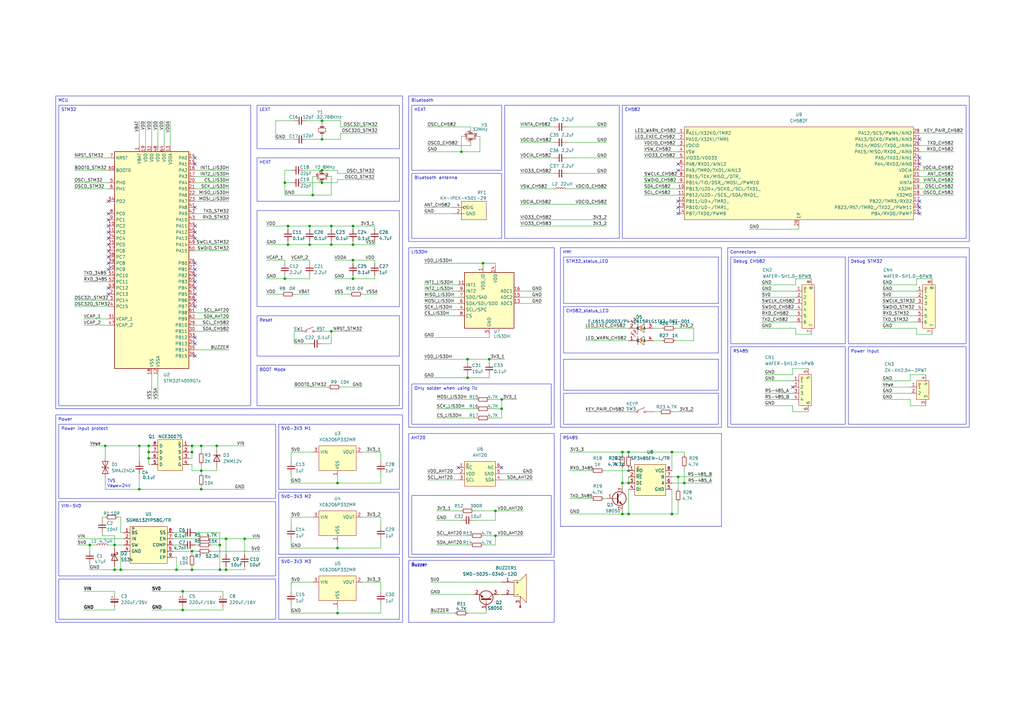
<source format=kicad_sch>
(kicad_sch
	(version 20231120)
	(generator "eeschema")
	(generator_version "8.0")
	(uuid "459b1290-9fd5-41db-8fde-f5488ef8e538")
	(paper "A3")
	(title_block
		(date "2024-03-08")
		(company "Northestern University at Qinhuangdao")
		(comment 1 "Author: Cao Wangrenbo")
		(comment 2 "E-mail: cao.wangrenbo@yandex.com")
	)
	
	(junction
		(at 60.96 182.88)
		(diameter 0)
		(color 0 0 0 0)
		(uuid "01014ebe-ccb5-43df-9077-80055e49eb61")
	)
	(junction
		(at 138.43 251.46)
		(diameter 0)
		(color 0 0 0 0)
		(uuid "0b73fbcf-1fd1-435b-aec1-738af00f0e12")
	)
	(junction
		(at 144.78 114.3)
		(diameter 0)
		(color 0 0 0 0)
		(uuid "0e005dde-ff9f-4907-8ed7-8438bc827dd3")
	)
	(junction
		(at 78.74 226.06)
		(diameter 0)
		(color 0 0 0 0)
		(uuid "1d7826ed-da86-473b-8a2a-e9ff2160e8ae")
	)
	(junction
		(at 78.74 182.88)
		(diameter 0)
		(color 0 0 0 0)
		(uuid "21e92e22-9ced-4cd0-ade0-6616be8f6249")
	)
	(junction
		(at 205.74 167.64)
		(diameter 0)
		(color 0 0 0 0)
		(uuid "34b43148-a1dc-47d8-8882-24710823ca41")
	)
	(junction
		(at 191.77 147.32)
		(diameter 0)
		(color 0 0 0 0)
		(uuid "370de8dd-9ae4-43a7-bdcd-49163055312e")
	)
	(junction
		(at 135.89 100.33)
		(diameter 0)
		(color 0 0 0 0)
		(uuid "39b5162b-9a71-4958-90c8-0ca0585b5c9e")
	)
	(junction
		(at 257.81 193.04)
		(diameter 0)
		(color 0 0 0 0)
		(uuid "3e32a662-c39a-4b4f-b8d5-01762e304e17")
	)
	(junction
		(at 278.13 195.58)
		(diameter 0)
		(color 0 0 0 0)
		(uuid "44639bf8-4361-4975-80a5-d20502d522b5")
	)
	(junction
		(at 127 100.33)
		(diameter 0)
		(color 0 0 0 0)
		(uuid "4b84eb04-616c-44c4-a4eb-cfeb5bd8562a")
	)
	(junction
		(at 78.74 233.68)
		(diameter 0)
		(color 0 0 0 0)
		(uuid "4c4bc9d5-de3a-41ba-8873-46ddd3e3274c")
	)
	(junction
		(at 138.43 198.12)
		(diameter 0)
		(color 0 0 0 0)
		(uuid "4dd4c235-7c3a-4480-ae3e-d8c8ab3c34be")
	)
	(junction
		(at 255.27 185.42)
		(diameter 0)
		(color 0 0 0 0)
		(uuid "51a31c88-b4f7-4fa4-b0f2-e9d2dcf4b8da")
	)
	(junction
		(at 74.93 242.57)
		(diameter 0)
		(color 0 0 0 0)
		(uuid "55649faa-0266-4ece-a8de-bad1b7b9a5f6")
	)
	(junction
		(at 82.55 200.66)
		(diameter 0)
		(color 0 0 0 0)
		(uuid "58c0698c-2689-4a26-8f9a-25f4d958fd29")
	)
	(junction
		(at 36.83 223.52)
		(diameter 0)
		(color 0 0 0 0)
		(uuid "63dcd0bb-b163-4ba5-a667-42deb7233f05")
	)
	(junction
		(at 132.08 74.93)
		(diameter 0)
		(color 0 0 0 0)
		(uuid "6d0c164e-471d-40e3-a38b-f0e0c9076ea9")
	)
	(junction
		(at 144.78 100.33)
		(diameter 0)
		(color 0 0 0 0)
		(uuid "6f490d4a-b601-458e-a029-88691b312b25")
	)
	(junction
		(at 132.08 69.85)
		(diameter 0)
		(color 0 0 0 0)
		(uuid "6f77989d-1bc5-466d-8302-7b44fb75fce2")
	)
	(junction
		(at 72.39 233.68)
		(diameter 0)
		(color 0 0 0 0)
		(uuid "70a38e8d-19d5-4189-8f33-57c1f1ef7d4d")
	)
	(junction
		(at 189.23 62.23)
		(diameter 0)
		(color 0 0 0 0)
		(uuid "7d863298-b08a-4801-8172-12d14e326416")
	)
	(junction
		(at 92.71 220.98)
		(diameter 0)
		(color 0 0 0 0)
		(uuid "7e55a015-bc75-42a2-a745-de46d19a17af")
	)
	(junction
		(at 255.27 198.12)
		(diameter 0)
		(color 0 0 0 0)
		(uuid "837b44bc-8382-4eb8-852d-f567434fee59")
	)
	(junction
		(at 205.74 163.83)
		(diameter 0)
		(color 0 0 0 0)
		(uuid "83c76c2d-bde6-4e8b-b75d-0c4a4e075bdc")
	)
	(junction
		(at 46.99 233.68)
		(diameter 0)
		(color 0 0 0 0)
		(uuid "844630f2-ef1c-404c-9f1d-72a64a8a73e7")
	)
	(junction
		(at 275.59 210.82)
		(diameter 0)
		(color 0 0 0 0)
		(uuid "849c1102-9d18-4af4-bc42-c5e54d77b5ad")
	)
	(junction
		(at 116.84 74.93)
		(diameter 0)
		(color 0 0 0 0)
		(uuid "85d36d56-1879-4d58-84c9-5927970e780f")
	)
	(junction
		(at 82.55 182.88)
		(diameter 0)
		(color 0 0 0 0)
		(uuid "86bb18cb-00f2-49c4-b32d-ae44d58f0dd2")
	)
	(junction
		(at 118.11 100.33)
		(diameter 0)
		(color 0 0 0 0)
		(uuid "8da590f5-7cb2-4aa0-bd48-8dd71573bdb6")
	)
	(junction
		(at 135.89 92.71)
		(diameter 0)
		(color 0 0 0 0)
		(uuid "8f94f68f-ffa7-4a27-82dc-d68675cfcac3")
	)
	(junction
		(at 118.11 92.71)
		(diameter 0)
		(color 0 0 0 0)
		(uuid "96e099f4-609a-4b0c-b269-6df0ca5d755c")
	)
	(junction
		(at 88.9 182.88)
		(diameter 0)
		(color 0 0 0 0)
		(uuid "9af1e921-b1f1-4d17-849d-fda050dc1424")
	)
	(junction
		(at 200.66 147.32)
		(diameter 0)
		(color 0 0 0 0)
		(uuid "9b655536-fdc9-4c42-a4e7-98e808de7c9a")
	)
	(junction
		(at 257.81 198.12)
		(diameter 0)
		(color 0 0 0 0)
		(uuid "9c3e1513-8580-485d-aa72-71b737a412c5")
	)
	(junction
		(at 57.15 182.88)
		(diameter 0)
		(color 0 0 0 0)
		(uuid "a5c83730-54b3-421b-bbb9-a0ee072e7afe")
	)
	(junction
		(at 127 92.71)
		(diameter 0)
		(color 0 0 0 0)
		(uuid "aa849d7c-f915-4864-a1dd-2213651b3985")
	)
	(junction
		(at 49.53 233.68)
		(diameter 0)
		(color 0 0 0 0)
		(uuid "aebb20ee-57c8-45df-b043-168f423337c4")
	)
	(junction
		(at 43.18 182.88)
		(diameter 0)
		(color 0 0 0 0)
		(uuid "af08d4b7-ca62-423f-8f18-ec1dc38788e5")
	)
	(junction
		(at 198.12 107.95)
		(diameter 0)
		(color 0 0 0 0)
		(uuid "af6386b9-dd8b-433b-a948-7b4f3a0a55a1")
	)
	(junction
		(at 132.08 57.15)
		(diameter 0)
		(color 0 0 0 0)
		(uuid "b17ace5b-f573-4a3c-a042-6333209917a2")
	)
	(junction
		(at 116.84 114.3)
		(diameter 0)
		(color 0 0 0 0)
		(uuid "b281e82c-21fb-4fe0-976e-2805a91e70ee")
	)
	(junction
		(at 255.27 210.82)
		(diameter 0)
		(color 0 0 0 0)
		(uuid "b2bcf04d-b1ad-42b9-8b6a-c700967cec47")
	)
	(junction
		(at 203.2 219.71)
		(diameter 0)
		(color 0 0 0 0)
		(uuid "b7f4d7dc-93a5-48f1-83cd-15407db8ad8d")
	)
	(junction
		(at 128.27 80.01)
		(diameter 0)
		(color 0 0 0 0)
		(uuid "b950b7eb-d047-45c7-a91a-6b191694d4fc")
	)
	(junction
		(at 132.08 49.53)
		(diameter 0)
		(color 0 0 0 0)
		(uuid "bb0724de-cac9-4bbf-9616-78ca5ee5d7f7")
	)
	(junction
		(at 144.78 106.68)
		(diameter 0)
		(color 0 0 0 0)
		(uuid "bef0fdbd-be79-4edc-8599-ce93ebfdda3f")
	)
	(junction
		(at 100.33 220.98)
		(diameter 0)
		(color 0 0 0 0)
		(uuid "c4eb1386-1a4a-4e01-833d-198efa32fc00")
	)
	(junction
		(at 90.17 223.52)
		(diameter 0)
		(color 0 0 0 0)
		(uuid "c76db775-b31d-43b1-9f4b-702c57d44c40")
	)
	(junction
		(at 82.55 193.04)
		(diameter 0)
		(color 0 0 0 0)
		(uuid "c82de1ca-0c8b-4bfc-b706-092224e3fa70")
	)
	(junction
		(at 257.81 185.42)
		(diameter 0)
		(color 0 0 0 0)
		(uuid "c9622064-52db-47ee-a1d2-0c3a75036ad0")
	)
	(junction
		(at 280.67 198.12)
		(diameter 0)
		(color 0 0 0 0)
		(uuid "ccdb6e1d-18b6-4502-b7b3-29ef720d5a4a")
	)
	(junction
		(at 92.71 233.68)
		(diameter 0)
		(color 0 0 0 0)
		(uuid "cd6a9dad-60d0-49e8-be04-c22edf7141a7")
	)
	(junction
		(at 60.96 185.42)
		(diameter 0)
		(color 0 0 0 0)
		(uuid "cdcb25a6-d426-46d8-8f94-8d48fea3a073")
	)
	(junction
		(at 78.74 185.42)
		(diameter 0)
		(color 0 0 0 0)
		(uuid "d02c05d1-c83f-495a-a245-675379fdd362")
	)
	(junction
		(at 138.43 224.79)
		(diameter 0)
		(color 0 0 0 0)
		(uuid "d164b278-0390-4e58-b3be-a8dae4c6523c")
	)
	(junction
		(at 135.89 135.89)
		(diameter 0)
		(color 0 0 0 0)
		(uuid "d7e93c38-e2ed-4cdc-989d-c6d93d662abf")
	)
	(junction
		(at 191.77 154.94)
		(diameter 0)
		(color 0 0 0 0)
		(uuid "dc9707d0-2294-406b-b611-4ec613ead944")
	)
	(junction
		(at 257.81 210.82)
		(diameter 0)
		(color 0 0 0 0)
		(uuid "e2dc7fd8-bc6d-4763-bac6-a90e37d8f593")
	)
	(junction
		(at 74.93 250.19)
		(diameter 0)
		(color 0 0 0 0)
		(uuid "e5d01796-2d6b-4fcc-841e-d995a9636c2e")
	)
	(junction
		(at 275.59 185.42)
		(diameter 0)
		(color 0 0 0 0)
		(uuid "e6d8ec83-e239-4695-aaee-7692361b3347")
	)
	(junction
		(at 203.2 209.55)
		(diameter 0)
		(color 0 0 0 0)
		(uuid "e82cfd9f-ad9b-43f4-9a16-dbc97810174b")
	)
	(junction
		(at 46.99 223.52)
		(diameter 0)
		(color 0 0 0 0)
		(uuid "f6bd95fc-6d26-4df0-a62b-e95fe9c6a543")
	)
	(junction
		(at 57.15 200.66)
		(diameter 0)
		(color 0 0 0 0)
		(uuid "f6dbd4d0-afc8-4f3b-9b67-a8b6977a56cd")
	)
	(junction
		(at 60.96 187.96)
		(diameter 0)
		(color 0 0 0 0)
		(uuid "f8433e4b-3445-4383-8698-946b20ee2fd1")
	)
	(junction
		(at 90.17 233.68)
		(diameter 0)
		(color 0 0 0 0)
		(uuid "fc3c51b3-e7d5-400c-96c7-9adaffe799f8")
	)
	(junction
		(at 144.78 92.71)
		(diameter 0)
		(color 0 0 0 0)
		(uuid "fd4dafeb-37c4-4b96-a144-e89276267e72")
	)
	(no_connect
		(at 187.96 191.77)
		(uuid "00d2105e-4d49-41af-9367-d170d1dcad64")
	)
	(no_connect
		(at 80.01 138.43)
		(uuid "012ba512-d8c1-4282-a5db-280d37eb3ef6")
	)
	(no_connect
		(at 377.19 64.77)
		(uuid "0c1c690e-4dfd-4eaa-9fc3-fe63ee368eeb")
	)
	(no_connect
		(at 80.01 113.03)
		(uuid "13c17d5a-4488-457c-bbdb-db73f1069100")
	)
	(no_connect
		(at 44.45 107.95)
		(uuid "1ce3c4f6-e2d6-4ff4-8cdd-f8b9bd4fd965")
	)
	(no_connect
		(at 44.45 82.55)
		(uuid "25a1c4e3-879d-4fba-a67f-26e7712670d7")
	)
	(no_connect
		(at 325.12 158.75)
		(uuid "2b459ac6-4cc5-4878-a36a-815e8d1e7d85")
	)
	(no_connect
		(at 44.45 118.11)
		(uuid "37c0acc8-b52d-480e-85fc-e4ff28ed30cb")
	)
	(no_connect
		(at 80.01 67.31)
		(uuid "3ae9d26f-745c-4fd9-86bc-e3a5ac61761d")
	)
	(no_connect
		(at 44.45 105.41)
		(uuid "480b40c1-69cd-45e5-ad20-2e97acb49ecb")
	)
	(no_connect
		(at 80.01 107.95)
		(uuid "4dbb0749-ea03-453c-85d6-32b611ae477a")
	)
	(no_connect
		(at 44.45 120.65)
		(uuid "509b898d-686e-4971-86ff-7cade11f585d")
	)
	(no_connect
		(at 278.13 87.63)
		(uuid "5409a946-358a-41f7-9001-2a6dc0207287")
	)
	(no_connect
		(at 44.45 95.25)
		(uuid "544a79be-a64e-4d3c-826d-197a83b7017d")
	)
	(no_connect
		(at 44.45 102.87)
		(uuid "550dcbd1-6b49-4bdf-8e9e-341c53dc9aed")
	)
	(no_connect
		(at 44.45 87.63)
		(uuid "58ff6725-0d4d-499e-8b50-de887300da89")
	)
	(no_connect
		(at 80.01 115.57)
		(uuid "5ace6540-b4fc-402b-8ece-880711d2e654")
	)
	(no_connect
		(at 80.01 110.49)
		(uuid "5c90335c-1b72-4ac9-a1f5-e3cd9ef6fda8")
	)
	(no_connect
		(at 377.19 87.63)
		(uuid "5d057160-fadd-44d0-99ca-d1c547b7a1a0")
	)
	(no_connect
		(at 278.13 82.55)
		(uuid "6257c00a-35fe-4b93-aab6-5c9e80dff2ba")
	)
	(no_connect
		(at 80.01 125.73)
		(uuid "665aca1e-19b9-45de-8c86-0f0e4a8c9c4b")
	)
	(no_connect
		(at 80.01 64.77)
		(uuid "6dd972eb-988a-41a4-8a7e-4ca1b2e82046")
	)
	(no_connect
		(at 80.01 120.65)
		(uuid "6e33c38a-ce78-48a8-8d10-d04e3bb384f5")
	)
	(no_connect
		(at 44.45 110.49)
		(uuid "6f5b85e6-c025-4e62-b558-3d1e3cf95645")
	)
	(no_connect
		(at 278.13 85.09)
		(uuid "78610216-a2c1-416a-b61e-efaa85a06841")
	)
	(no_connect
		(at 80.01 95.25)
		(uuid "7ae1623f-1f91-4c65-92df-dd731b3242e9")
	)
	(no_connect
		(at 80.01 85.09)
		(uuid "88cf8c77-a2fd-4098-a292-a59931dbf706")
	)
	(no_connect
		(at 80.01 140.97)
		(uuid "8950bf12-71f6-4754-8874-2cbb2bc1e4dc")
	)
	(no_connect
		(at 377.19 85.09)
		(uuid "8a0c3d9b-1cb3-4428-bb5c-155a15af13c8")
	)
	(no_connect
		(at 80.01 123.19)
		(uuid "946addbd-5c56-4c5a-b420-7b066d6eddde")
	)
	(no_connect
		(at 278.13 67.31)
		(uuid "94b2d84a-0474-4db7-8ccd-88d672fcdc07")
	)
	(no_connect
		(at 80.01 92.71)
		(uuid "96f87544-cfcd-414a-b057-b7c1f091f198")
	)
	(no_connect
		(at 44.45 97.79)
		(uuid "a57675a5-5137-4ac4-983a-9ec9cfd74910")
	)
	(no_connect
		(at 80.01 118.11)
		(uuid "a9540513-9378-4945-9ae3-56d1ee635c67")
	)
	(no_connect
		(at 377.19 67.31)
		(uuid "ae041dfe-ba19-4974-8131-d945367b838b")
	)
	(no_connect
		(at 44.45 90.17)
		(uuid "ba0076ad-e95a-4581-b311-5729e4a9fe55")
	)
	(no_connect
		(at 205.74 191.77)
		(uuid "c0b20eb4-701e-4fdd-b074-f74839404e97")
	)
	(no_connect
		(at 44.45 100.33)
		(uuid "c5572b00-9c3b-4dad-adfc-39672af0e23a")
	)
	(no_connect
		(at 80.01 146.05)
		(uuid "c5da96e3-469b-4241-8baf-6218d7e5ff4b")
	)
	(no_connect
		(at 44.45 92.71)
		(uuid "c905fdf1-fc2c-4920-a773-8ae6d2b43ed9")
	)
	(no_connect
		(at 377.19 57.15)
		(uuid "ce0fa3fb-4b24-4fe3-a173-52cad1b56239")
	)
	(no_connect
		(at 377.19 82.55)
		(uuid "d80d25b0-28d8-4bfd-879c-a5eae4449a32")
	)
	(no_connect
		(at 278.13 69.85)
		(uuid "e0d9f3d6-e84c-4a63-b1b9-4a6870bae47d")
	)
	(no_connect
		(at 80.01 97.79)
		(uuid "ff622240-0fad-4bce-b819-40e783063c93")
	)
	(wire
		(pts
			(xy 34.29 250.19) (xy 46.99 250.19)
		)
		(stroke
			(width 0)
			(type default)
		)
		(uuid "00461672-af84-4d1c-af5d-86023c90c70b")
	)
	(wire
		(pts
			(xy 312.42 124.46) (xy 326.39 124.46)
		)
		(stroke
			(width 0)
			(type default)
		)
		(uuid "00550c02-61ca-4a04-b3b5-8eb4d6bff28c")
	)
	(wire
		(pts
			(xy 134.62 72.39) (xy 135.89 72.39)
		)
		(stroke
			(width 0)
			(type default)
		)
		(uuid "00f1af26-0e72-403b-abc6-93680dfc66bb")
	)
	(wire
		(pts
			(xy 62.23 250.19) (xy 74.93 250.19)
		)
		(stroke
			(width 0)
			(type default)
		)
		(uuid "01b271bf-e7f1-483e-9795-8df055c81502")
	)
	(wire
		(pts
			(xy 173.99 124.46) (xy 187.96 124.46)
		)
		(stroke
			(width 0)
			(type default)
		)
		(uuid "02ab450a-b3d3-46e7-bd97-d1ff3e12d294")
	)
	(wire
		(pts
			(xy 275.59 200.66) (xy 275.59 210.82)
		)
		(stroke
			(width 0)
			(type default)
		)
		(uuid "03a5d233-9c73-425b-9af5-e1bb1fce24ae")
	)
	(wire
		(pts
			(xy 326.39 116.84) (xy 326.39 114.3)
		)
		(stroke
			(width 0)
			(type default)
		)
		(uuid "03b610c9-58b7-4628-82ad-0c4e9e191616")
	)
	(wire
		(pts
			(xy 127 100.33) (xy 135.89 100.33)
		)
		(stroke
			(width 0)
			(type default)
		)
		(uuid "0484fbf2-bcf0-4072-8200-bdda27e31fe4")
	)
	(wire
		(pts
			(xy 191.77 251.46) (xy 199.39 251.46)
		)
		(stroke
			(width 0)
			(type default)
		)
		(uuid "04855300-c823-4fdd-ba7d-e88320567be1")
	)
	(wire
		(pts
			(xy 275.59 168.91) (xy 284.48 168.91)
		)
		(stroke
			(width 0)
			(type default)
		)
		(uuid "055dd24f-b89a-4d02-a90c-a091bc22f2a9")
	)
	(wire
		(pts
			(xy 313.69 156.21) (xy 325.12 156.21)
		)
		(stroke
			(width 0)
			(type default)
		)
		(uuid "064ea3ea-36e7-4177-ac29-54ffdbcb8d11")
	)
	(wire
		(pts
			(xy 179.07 223.52) (xy 193.04 223.52)
		)
		(stroke
			(width 0)
			(type default)
		)
		(uuid "072b445d-e7a9-4121-8688-d1159f0b3e2b")
	)
	(wire
		(pts
			(xy 135.89 135.89) (xy 148.59 135.89)
		)
		(stroke
			(width 0)
			(type default)
		)
		(uuid "0786c366-152a-4944-8f8a-3296c025f864")
	)
	(wire
		(pts
			(xy 135.89 140.97) (xy 132.08 140.97)
		)
		(stroke
			(width 0)
			(type default)
		)
		(uuid "07d23a6d-8673-49bb-8a7e-a9674aa10fef")
	)
	(wire
		(pts
			(xy 100.33 232.41) (xy 100.33 233.68)
		)
		(stroke
			(width 0)
			(type default)
		)
		(uuid "07f7435b-d22d-47ca-bfc8-97ff25eed90d")
	)
	(wire
		(pts
			(xy 213.36 52.07) (xy 227.33 52.07)
		)
		(stroke
			(width 0)
			(type default)
		)
		(uuid "084a9e88-2be6-43cf-b4f9-6b0b2bbf8b8f")
	)
	(wire
		(pts
			(xy 173.99 129.54) (xy 187.96 129.54)
		)
		(stroke
			(width 0)
			(type default)
		)
		(uuid "08a83efd-4b57-4995-8ac8-8461b539a7bb")
	)
	(wire
		(pts
			(xy 62.23 190.5) (xy 60.96 190.5)
		)
		(stroke
			(width 0)
			(type default)
		)
		(uuid "09fc3219-2eeb-401f-80f1-e8d2cc2498b0")
	)
	(wire
		(pts
			(xy 46.99 223.52) (xy 50.8 223.52)
		)
		(stroke
			(width 0)
			(type default)
		)
		(uuid "0a9886d5-44d1-4f47-83ed-f1a76100c1f2")
	)
	(wire
		(pts
			(xy 119.38 238.76) (xy 119.38 242.57)
		)
		(stroke
			(width 0)
			(type default)
		)
		(uuid "0b22af78-9ce0-471c-88f8-4db87015ed31")
	)
	(wire
		(pts
			(xy 331.47 151.13) (xy 325.12 151.13)
		)
		(stroke
			(width 0)
			(type default)
		)
		(uuid "0b3035ac-1d89-41b9-b624-f32bc4906bcf")
	)
	(wire
		(pts
			(xy 278.13 210.82) (xy 278.13 205.74)
		)
		(stroke
			(width 0)
			(type default)
		)
		(uuid "0b75683f-0afb-4f23-a797-ad1e48298079")
	)
	(wire
		(pts
			(xy 71.12 218.44) (xy 74.93 218.44)
		)
		(stroke
			(width 0)
			(type default)
		)
		(uuid "0bcf7984-01a1-4b9d-a862-473ca97bcd34")
	)
	(wire
		(pts
			(xy 377.19 77.47) (xy 391.16 77.47)
		)
		(stroke
			(width 0)
			(type default)
		)
		(uuid "0ca1dbe1-4fef-4d29-a8e9-7de5451b6a55")
	)
	(wire
		(pts
			(xy 135.89 72.39) (xy 135.89 80.01)
		)
		(stroke
			(width 0)
			(type default)
		)
		(uuid "0e16ff1c-0cfb-4863-9736-dd4431085f4f")
	)
	(wire
		(pts
			(xy 41.91 218.44) (xy 41.91 219.71)
		)
		(stroke
			(width 0)
			(type default)
		)
		(uuid "0e37fe64-ef14-4137-9dab-b7e14a3bdce5")
	)
	(wire
		(pts
			(xy 203.2 219.71) (xy 203.2 223.52)
		)
		(stroke
			(width 0)
			(type default)
		)
		(uuid "0e515fe5-6706-40cf-a957-964287af5f45")
	)
	(wire
		(pts
			(xy 139.7 49.53) (xy 139.7 52.07)
		)
		(stroke
			(width 0)
			(type default)
		)
		(uuid "0e9f89a6-21a6-4d75-bcb6-35e06e9c499d")
	)
	(wire
		(pts
			(xy 78.74 182.88) (xy 78.74 185.42)
		)
		(stroke
			(width 0)
			(type default)
		)
		(uuid "0eec6dc1-d604-4a9b-9de5-2817d3bfdc83")
	)
	(wire
		(pts
			(xy 116.84 113.03) (xy 116.84 114.3)
		)
		(stroke
			(width 0)
			(type default)
		)
		(uuid "0f671cb3-dff6-4ee2-803a-fec417002cf0")
	)
	(wire
		(pts
			(xy 82.55 182.88) (xy 88.9 182.88)
		)
		(stroke
			(width 0)
			(type default)
		)
		(uuid "0fb8a8b4-c18d-41fc-93c4-19ad185f68cd")
	)
	(wire
		(pts
			(xy 373.38 166.37) (xy 379.73 166.37)
		)
		(stroke
			(width 0)
			(type default)
		)
		(uuid "1079555a-8f46-4382-871e-61daaa830d56")
	)
	(wire
		(pts
			(xy 90.17 233.68) (xy 78.74 233.68)
		)
		(stroke
			(width 0)
			(type default)
		)
		(uuid "10bcd125-58ff-4f10-95e0-b67820292b2d")
	)
	(wire
		(pts
			(xy 43.18 200.66) (xy 57.15 200.66)
		)
		(stroke
			(width 0)
			(type default)
		)
		(uuid "1121f14f-5bab-442c-9435-600166d6223d")
	)
	(wire
		(pts
			(xy 78.74 190.5) (xy 77.47 190.5)
		)
		(stroke
			(width 0)
			(type default)
		)
		(uuid "115967ea-778e-4fe8-b143-d72308071c5a")
	)
	(wire
		(pts
			(xy 375.92 137.16) (xy 382.27 137.16)
		)
		(stroke
			(width 0)
			(type default)
		)
		(uuid "13052378-926b-489f-a94a-72eff59f93bc")
	)
	(wire
		(pts
			(xy 30.48 77.47) (xy 44.45 77.47)
		)
		(stroke
			(width 0)
			(type default)
		)
		(uuid "13532392-73c7-4b5b-aed7-fafd07ef6360")
	)
	(wire
		(pts
			(xy 127 113.03) (xy 127 114.3)
		)
		(stroke
			(width 0)
			(type default)
		)
		(uuid "1362af6f-6c3e-4f84-831b-34e8e23edc4d")
	)
	(wire
		(pts
			(xy 109.22 100.33) (xy 118.11 100.33)
		)
		(stroke
			(width 0)
			(type default)
		)
		(uuid "152c5b4b-6a43-425f-b647-735043d724a7")
	)
	(wire
		(pts
			(xy 267.97 134.62) (xy 271.78 134.62)
		)
		(stroke
			(width 0)
			(type default)
		)
		(uuid "15c8dafa-9927-4e15-b2fb-5955be4c771d")
	)
	(wire
		(pts
			(xy 80.01 128.27) (xy 93.98 128.27)
		)
		(stroke
			(width 0)
			(type default)
		)
		(uuid "160616eb-6b67-4ce3-8912-5ebd12778095")
	)
	(wire
		(pts
			(xy 44.45 223.52) (xy 46.99 223.52)
		)
		(stroke
			(width 0)
			(type default)
		)
		(uuid "1618a7ec-57b9-4ff8-ba8a-bc3db95bcd55")
	)
	(wire
		(pts
			(xy 233.68 210.82) (xy 255.27 210.82)
		)
		(stroke
			(width 0)
			(type default)
		)
		(uuid "169aa3b3-818f-4876-bb38-e118c29489ac")
	)
	(wire
		(pts
			(xy 36.83 231.14) (xy 36.83 233.68)
		)
		(stroke
			(width 0)
			(type default)
		)
		(uuid "169e4a36-2b4d-4dd9-b6e0-b10ffda8beb9")
	)
	(wire
		(pts
			(xy 205.74 194.31) (xy 218.44 194.31)
		)
		(stroke
			(width 0)
			(type default)
		)
		(uuid "16dee0af-a254-4a1d-986f-ec5cac17a6d2")
	)
	(wire
		(pts
			(xy 138.43 195.58) (xy 138.43 198.12)
		)
		(stroke
			(width 0)
			(type default)
		)
		(uuid "189a91bb-0815-48a4-9584-bd1b791cf3f7")
	)
	(wire
		(pts
			(xy 232.41 64.77) (xy 248.92 64.77)
		)
		(stroke
			(width 0)
			(type default)
		)
		(uuid "18bb3698-4649-4018-9025-5a4f340ec707")
	)
	(wire
		(pts
			(xy 198.12 109.22) (xy 198.12 107.95)
		)
		(stroke
			(width 0)
			(type default)
		)
		(uuid "195e54c4-95fb-4c42-9723-6da1bbe38a81")
	)
	(wire
		(pts
			(xy 275.59 185.42) (xy 275.59 193.04)
		)
		(stroke
			(width 0)
			(type default)
		)
		(uuid "1c2195cd-c2ba-4189-bf27-5eea238adc9f")
	)
	(wire
		(pts
			(xy 30.48 64.77) (xy 44.45 64.77)
		)
		(stroke
			(width 0)
			(type default)
		)
		(uuid "1c62e0af-4bcc-4185-b566-0e0c0a010e40")
	)
	(wire
		(pts
			(xy 156.21 215.9) (xy 156.21 212.09)
		)
		(stroke
			(width 0)
			(type default)
		)
		(uuid "1d7ab3e6-d3a9-484b-8109-bb4eea92f2d7")
	)
	(wire
		(pts
			(xy 78.74 185.42) (xy 78.74 187.96)
		)
		(stroke
			(width 0)
			(type default)
		)
		(uuid "1dedc4dc-f164-4ccf-bf7b-c39c19c0f072")
	)
	(wire
		(pts
			(xy 119.38 106.68) (xy 127 106.68)
		)
		(stroke
			(width 0)
			(type default)
		)
		(uuid "1f0d89fc-6455-4efb-a044-98ed3860831b")
	)
	(wire
		(pts
			(xy 173.99 138.43) (xy 200.66 138.43)
		)
		(stroke
			(width 0)
			(type default)
		)
		(uuid "1f63b63a-bee1-4851-b36a-bfdf2bba8093")
	)
	(wire
		(pts
			(xy 46.99 223.52) (xy 46.99 224.79)
		)
		(stroke
			(width 0)
			(type default)
		)
		(uuid "1f7c82ec-e136-4bdc-aeb5-178cba0689dd")
	)
	(wire
		(pts
			(xy 80.01 90.17) (xy 93.98 90.17)
		)
		(stroke
			(width 0)
			(type default)
		)
		(uuid "20f8d935-f85b-4bdc-a3bd-f29c9b584987")
	)
	(wire
		(pts
			(xy 90.17 223.52) (xy 90.17 233.68)
		)
		(stroke
			(width 0)
			(type default)
		)
		(uuid "21a77fa4-da72-4c0d-b78b-c4532dae7d68")
	)
	(wire
		(pts
			(xy 278.13 195.58) (xy 278.13 200.66)
		)
		(stroke
			(width 0)
			(type default)
		)
		(uuid "22ad6289-0de5-4250-945a-b56ae025918f")
	)
	(wire
		(pts
			(xy 213.36 83.82) (xy 248.92 83.82)
		)
		(stroke
			(width 0)
			(type default)
		)
		(uuid "240f8b1a-c2ad-49e7-b4ac-ab48c976909f")
	)
	(wire
		(pts
			(xy 312.42 119.38) (xy 326.39 119.38)
		)
		(stroke
			(width 0)
			(type default)
		)
		(uuid "24944333-6444-4762-8511-1e12c8194039")
	)
	(wire
		(pts
			(xy 255.27 185.42) (xy 257.81 185.42)
		)
		(stroke
			(width 0)
			(type default)
		)
		(uuid "249840c0-effb-44dd-8e90-22def6dd5a11")
	)
	(wire
		(pts
			(xy 198.12 223.52) (xy 203.2 223.52)
		)
		(stroke
			(width 0)
			(type default)
		)
		(uuid "24a9b414-394c-4437-9e1d-581f06aedf6e")
	)
	(wire
		(pts
			(xy 276.86 134.62) (xy 284.48 134.62)
		)
		(stroke
			(width 0)
			(type default)
		)
		(uuid "24ea5f51-a908-40a4-b7d2-863aa5861920")
	)
	(wire
		(pts
			(xy 137.16 114.3) (xy 144.78 114.3)
		)
		(stroke
			(width 0)
			(type default)
		)
		(uuid "251c6bf7-f937-4750-8a68-3b3c9f9d6077")
	)
	(wire
		(pts
			(xy 264.16 59.69) (xy 278.13 59.69)
		)
		(stroke
			(width 0)
			(type default)
		)
		(uuid "268e1f38-a4a8-46f6-a03b-e594cabe08d7")
	)
	(wire
		(pts
			(xy 139.7 57.15) (xy 139.7 54.61)
		)
		(stroke
			(width 0)
			(type default)
		)
		(uuid "26db1f30-cb69-48b2-ab66-77d8e060f7c7")
	)
	(wire
		(pts
			(xy 91.44 248.92) (xy 91.44 250.19)
		)
		(stroke
			(width 0)
			(type default)
		)
		(uuid "27ede8f0-61df-4b4f-be0b-e27c379ada30")
	)
	(wire
		(pts
			(xy 156.21 238.76) (xy 148.59 238.76)
		)
		(stroke
			(width 0)
			(type default)
		)
		(uuid "2869caaf-b17b-4fc6-9fdc-1a9bcce7f523")
	)
	(wire
		(pts
			(xy 128.27 72.39) (xy 128.27 80.01)
		)
		(stroke
			(width 0)
			(type default)
		)
		(uuid "28b2442e-7491-4e93-b6b5-c4289c2db839")
	)
	(wire
		(pts
			(xy 280.67 191.77) (xy 280.67 198.12)
		)
		(stroke
			(width 0)
			(type default)
		)
		(uuid "298426cf-786b-48ef-80a1-5e5c9d51219a")
	)
	(wire
		(pts
			(xy 375.92 114.3) (xy 382.27 114.3)
		)
		(stroke
			(width 0)
			(type default)
		)
		(uuid "2a2c7419-8c73-4117-90b3-0ee0609d3589")
	)
	(wire
		(pts
			(xy 138.43 198.12) (xy 156.21 198.12)
		)
		(stroke
			(width 0)
			(type default)
		)
		(uuid "2b640cdc-29b5-4ccb-9830-cd6cd28b0267")
	)
	(wire
		(pts
			(xy 377.19 59.69) (xy 391.16 59.69)
		)
		(stroke
			(width 0)
			(type default)
		)
		(uuid "2bbb1be9-fa08-4cd6-af54-03935df7fe22")
	)
	(wire
		(pts
			(xy 43.18 182.88) (xy 43.18 187.96)
		)
		(stroke
			(width 0)
			(type default)
		)
		(uuid "2c2d16f4-65c6-4c69-b26c-79fa242a1946")
	)
	(wire
		(pts
			(xy 313.69 163.83) (xy 325.12 163.83)
		)
		(stroke
			(width 0)
			(type default)
		)
		(uuid "2cb68710-c27d-491f-b6f7-40b839816a72")
	)
	(wire
		(pts
			(xy 132.08 49.53) (xy 132.08 50.8)
		)
		(stroke
			(width 0)
			(type default)
		)
		(uuid "2dac9f35-6c55-4368-9c1e-fe43a021ae37")
	)
	(wire
		(pts
			(xy 82.55 193.04) (xy 88.9 193.04)
		)
		(stroke
			(width 0)
			(type default)
		)
		(uuid "2df51cb7-03ed-47f9-8b76-5878ee0f44ff")
	)
	(wire
		(pts
			(xy 200.66 163.83) (xy 205.74 163.83)
		)
		(stroke
			(width 0)
			(type default)
		)
		(uuid "2e8ca3d5-0315-4cb4-ad96-6ef1af95713a")
	)
	(wire
		(pts
			(xy 191.77 153.67) (xy 191.77 154.94)
		)
		(stroke
			(width 0)
			(type default)
		)
		(uuid "2eeb1536-dce8-48a7-8785-1fda9c9a833a")
	)
	(wire
		(pts
			(xy 156.21 212.09) (xy 148.59 212.09)
		)
		(stroke
			(width 0)
			(type default)
		)
		(uuid "2ef2d101-0a77-4c81-ae32-1954557235c0")
	)
	(wire
		(pts
			(xy 82.55 200.66) (xy 82.55 199.39)
		)
		(stroke
			(width 0)
			(type default)
		)
		(uuid "2f5fb2d2-ae49-4b74-bcdf-d57b57e8ed61")
	)
	(wire
		(pts
			(xy 125.73 49.53) (xy 132.08 49.53)
		)
		(stroke
			(width 0)
			(type default)
		)
		(uuid "2fa43595-abcb-4152-bf5c-c96aaf997b8c")
	)
	(wire
		(pts
			(xy 135.89 140.97) (xy 135.89 135.89)
		)
		(stroke
			(width 0)
			(type default)
		)
		(uuid "317ba694-72dc-417b-bb24-d392a4a5ab41")
	)
	(wire
		(pts
			(xy 124.46 69.85) (xy 132.08 69.85)
		)
		(stroke
			(width 0)
			(type default)
		)
		(uuid "33271ec9-c6a4-41d6-86af-01a5b38556f4")
	)
	(wire
		(pts
			(xy 267.97 139.7) (xy 271.78 139.7)
		)
		(stroke
			(width 0)
			(type default)
		)
		(uuid "34aaec8c-3aa3-4807-bd88-93bbea013cc4")
	)
	(wire
		(pts
			(xy 109.22 106.68) (xy 116.84 106.68)
		)
		(stroke
			(width 0)
			(type default)
		)
		(uuid "34ab7eed-d0a4-4f00-befb-8cbe37866175")
	)
	(wire
		(pts
			(xy 144.78 106.68) (xy 153.67 106.68)
		)
		(stroke
			(width 0)
			(type default)
		)
		(uuid "35ccb3a7-4bee-4be0-9e56-0445d26c3d58")
	)
	(wire
		(pts
			(xy 247.65 204.47) (xy 248.92 204.47)
		)
		(stroke
			(width 0)
			(type default)
		)
		(uuid "36514f3e-d74e-4404-b3b6-8e4656987ed1")
	)
	(wire
		(pts
			(xy 193.04 58.42) (xy 193.04 59.69)
		)
		(stroke
			(width 0)
			(type default)
		)
		(uuid "36cd9401-239b-4443-a460-a2d5b7a0d0f7")
	)
	(wire
		(pts
			(xy 82.55 190.5) (xy 82.55 193.04)
		)
		(stroke
			(width 0)
			(type default)
		)
		(uuid "37759fcf-0185-435a-8355-9007917f167e")
	)
	(wire
		(pts
			(xy 132.08 57.15) (xy 132.08 55.88)
		)
		(stroke
			(width 0)
			(type default)
		)
		(uuid "3786064b-46c8-424a-a011-80f6b6d6ae7e")
	)
	(wire
		(pts
			(xy 92.71 233.68) (xy 90.17 233.68)
		)
		(stroke
			(width 0)
			(type default)
		)
		(uuid "38808eab-aa3f-4486-90eb-ff4a93685573")
	)
	(wire
		(pts
			(xy 49.53 233.68) (xy 72.39 233.68)
		)
		(stroke
			(width 0)
			(type default)
		)
		(uuid "38e7a143-dd25-4709-952b-5afba35f52df")
	)
	(wire
		(pts
			(xy 34.29 113.03) (xy 44.45 113.03)
		)
		(stroke
			(width 0)
			(type default)
		)
		(uuid "39ba31d5-bc4e-47f6-bbbd-45370be68533")
	)
	(wire
		(pts
			(xy 156.21 189.23) (xy 156.21 185.42)
		)
		(stroke
			(width 0)
			(type default)
		)
		(uuid "3a5983b7-55f2-47cf-8434-f18778a835ea")
	)
	(wire
		(pts
			(xy 264.16 62.23) (xy 278.13 62.23)
		)
		(stroke
			(width 0)
			(type default)
		)
		(uuid "3e8790f0-0384-4933-873f-57104c0c8acd")
	)
	(wire
		(pts
			(xy 144.78 113.03) (xy 144.78 114.3)
		)
		(stroke
			(width 0)
			(type default)
		)
		(uuid "3f3071f6-e77b-4439-a997-227a7a0369cf")
	)
	(wire
		(pts
			(xy 144.78 100.33) (xy 153.67 100.33)
		)
		(stroke
			(width 0)
			(type default)
		)
		(uuid "40703b37-7a61-4776-b3a0-f3e3194f8f6e")
	)
	(wire
		(pts
			(xy 331.47 168.91) (xy 325.12 168.91)
		)
		(stroke
			(width 0)
			(type default)
		)
		(uuid "4077f797-e435-48dc-87b4-4b1206434b69")
	)
	(wire
		(pts
			(xy 57.15 182.88) (xy 57.15 189.23)
		)
		(stroke
			(width 0)
			(type default)
		)
		(uuid "40bf70c9-d942-4e9a-8463-7fd1c4ed1af2")
	)
	(wire
		(pts
			(xy 139.7 158.75) (xy 148.59 158.75)
		)
		(stroke
			(width 0)
			(type default)
		)
		(uuid "40f8d0fb-2710-4ca8-ae40-514139dc574e")
	)
	(wire
		(pts
			(xy 36.83 223.52) (xy 36.83 226.06)
		)
		(stroke
			(width 0)
			(type default)
		)
		(uuid "4111aaa8-4397-4825-8b56-924173a6ca4f")
	)
	(wire
		(pts
			(xy 109.22 120.65) (xy 115.57 120.65)
		)
		(stroke
			(width 0)
			(type default)
		)
		(uuid "42ecde43-bd64-491a-988c-dafd0ec0e521")
	)
	(wire
		(pts
			(xy 127 99.06) (xy 127 100.33)
		)
		(stroke
			(width 0)
			(type default)
		)
		(uuid "4467ae9a-3bf4-4aef-8305-060561cfd12f")
	)
	(wire
		(pts
			(xy 175.26 194.31) (xy 187.96 194.31)
		)
		(stroke
			(width 0)
			(type default)
		)
		(uuid "44921a60-1685-437f-8263-135d118307bf")
	)
	(wire
		(pts
			(xy 156.21 198.12) (xy 156.21 194.31)
		)
		(stroke
			(width 0)
			(type default)
		)
		(uuid "44d38419-4031-4e58-8da9-e78576221681")
	)
	(wire
		(pts
			(xy 119.38 212.09) (xy 128.27 212.09)
		)
		(stroke
			(width 0)
			(type default)
		)
		(uuid "46bf85c9-23e4-46a7-8fe0-357437dac33b")
	)
	(wire
		(pts
			(xy 193.04 53.34) (xy 193.04 52.07)
		)
		(stroke
			(width 0)
			(type default)
		)
		(uuid "4846b85b-648b-46a5-8a0d-51f7a6a3a4d5")
	)
	(wire
		(pts
			(xy 118.11 99.06) (xy 118.11 100.33)
		)
		(stroke
			(width 0)
			(type default)
		)
		(uuid "484d109e-3804-47bc-8261-d442f4e332ae")
	)
	(wire
		(pts
			(xy 173.99 119.38) (xy 187.96 119.38)
		)
		(stroke
			(width 0)
			(type default)
		)
		(uuid "4967c0d0-cac6-424a-85fb-d2b20acc1811")
	)
	(wire
		(pts
			(xy 326.39 134.62) (xy 326.39 137.16)
		)
		(stroke
			(width 0)
			(type default)
		)
		(uuid "4a656188-7832-474d-b301-fd0ec718ed13")
	)
	(wire
		(pts
			(xy 120.65 135.89) (xy 121.92 135.89)
		)
		(stroke
			(width 0)
			(type default)
		)
		(uuid "4b6864aa-745a-4aba-9165-f7e717b174a5")
	)
	(wire
		(pts
			(xy 190.5 55.88) (xy 189.23 55.88)
		)
		(stroke
			(width 0)
			(type default)
		)
		(uuid "4c57ba64-af68-4774-97c2-4a38d6c503c9")
	)
	(wire
		(pts
			(xy 257.81 191.77) (xy 257.81 193.04)
		)
		(stroke
			(width 0)
			(type default)
		)
		(uuid "4e0f0f06-2988-44a3-91d0-9011b43a407f")
	)
	(wire
		(pts
			(xy 232.41 77.47) (xy 248.92 77.47)
		)
		(stroke
			(width 0)
			(type default)
		)
		(uuid "4e2f892e-135b-4cfe-a834-c8b82adcead1")
	)
	(wire
		(pts
			(xy 49.53 218.44) (xy 50.8 218.44)
		)
		(stroke
			(width 0)
			(type default)
		)
		(uuid "4eb9ab7d-c1c1-47f7-8552-eea0fe9799e4")
	)
	(wire
		(pts
			(xy 361.95 127) (xy 375.92 127)
		)
		(stroke
			(width 0)
			(type default)
		)
		(uuid "503c5d0a-8bd1-4253-a858-32c0605c3d22")
	)
	(wire
		(pts
			(xy 173.99 87.63) (xy 185.42 87.63)
		)
		(stroke
			(width 0)
			(type default)
		)
		(uuid "505c53f1-2bd7-470d-b2fd-d8aff453ff06")
	)
	(wire
		(pts
			(xy 92.71 220.98) (xy 92.71 227.33)
		)
		(stroke
			(width 0)
			(type default)
		)
		(uuid "509496f5-eb05-4f86-b7a4-fc8a7a9df316")
	)
	(wire
		(pts
			(xy 233.68 193.04) (xy 242.57 193.04)
		)
		(stroke
			(width 0)
			(type default)
		)
		(uuid "50d459ba-56c8-4b1d-91be-9e1ff4eb877c")
	)
	(wire
		(pts
			(xy 125.73 57.15) (xy 132.08 57.15)
		)
		(stroke
			(width 0)
			(type default)
		)
		(uuid "5292468f-695a-4384-bac3-963b40ddd89b")
	)
	(wire
		(pts
			(xy 64.77 59.69) (xy 64.77 49.53)
		)
		(stroke
			(width 0)
			(type default)
		)
		(uuid "52b8397d-c01b-4b83-8c00-1589731edbcf")
	)
	(wire
		(pts
			(xy 233.68 185.42) (xy 255.27 185.42)
		)
		(stroke
			(width 0)
			(type default)
		)
		(uuid "54b42209-d203-4fc7-8ec3-dd2fa57f249f")
	)
	(wire
		(pts
			(xy 191.77 154.94) (xy 200.66 154.94)
		)
		(stroke
			(width 0)
			(type default)
		)
		(uuid "54e01113-d876-4ccf-ab5a-50640b43da93")
	)
	(wire
		(pts
			(xy 361.95 163.83) (xy 373.38 163.83)
		)
		(stroke
			(width 0)
			(type default)
		)
		(uuid "55008ed1-4c6d-428a-8b16-a5fd0e8a2619")
	)
	(wire
		(pts
			(xy 144.78 114.3) (xy 153.67 114.3)
		)
		(stroke
			(width 0)
			(type default)
		)
		(uuid "5530473d-facc-464b-9f3e-013f8b979eb2")
	)
	(wire
		(pts
			(xy 74.93 248.92) (xy 74.93 250.19)
		)
		(stroke
			(width 0)
			(type default)
		)
		(uuid "5568801b-0f39-4f24-975f-6add37a1ebd1")
	)
	(wire
		(pts
			(xy 74.93 242.57) (xy 91.44 242.57)
		)
		(stroke
			(width 0)
			(type default)
		)
		(uuid "573fd8f2-894f-46de-a54d-6f3d3905d33d")
	)
	(wire
		(pts
			(xy 205.74 171.45) (xy 205.74 167.64)
		)
		(stroke
			(width 0)
			(type default)
		)
		(uuid "576185e7-9a91-40ab-8fc0-8734b0b74563")
	)
	(wire
		(pts
			(xy 189.23 62.23) (xy 196.85 62.23)
		)
		(stroke
			(width 0)
			(type default)
		)
		(uuid "57c31739-c423-4348-b09a-37981db8f570")
	)
	(wire
		(pts
			(xy 191.77 147.32) (xy 200.66 147.32)
		)
		(stroke
			(width 0)
			(type default)
		)
		(uuid "57e4b124-89f4-42f3-93ca-80097f92a4bb")
	)
	(wire
		(pts
			(xy 275.59 195.58) (xy 278.13 195.58)
		)
		(stroke
			(width 0)
			(type default)
		)
		(uuid "59804343-14f4-46a4-b821-d4ef53e2a93e")
	)
	(wire
		(pts
			(xy 257.81 200.66) (xy 257.81 210.82)
		)
		(stroke
			(width 0)
			(type default)
		)
		(uuid "598a16bd-0db4-4d39-a2a3-97989169d729")
	)
	(wire
		(pts
			(xy 280.67 198.12) (xy 292.1 198.12)
		)
		(stroke
			(width 0)
			(type default)
		)
		(uuid "59d4f4cf-2888-436f-b915-0425601cd6d6")
	)
	(wire
		(pts
			(xy 78.74 190.5) (xy 78.74 193.04)
		)
		(stroke
			(width 0)
			(type default)
		)
		(uuid "5a80cd09-fea3-47d9-8daa-7a774539bf84")
	)
	(wire
		(pts
			(xy 312.42 129.54) (xy 326.39 129.54)
		)
		(stroke
			(width 0)
			(type default)
		)
		(uuid "5bef1193-c405-471b-baa8-0a84456d5409")
	)
	(wire
		(pts
			(xy 138.43 224.79) (xy 156.21 224.79)
		)
		(stroke
			(width 0)
			(type default)
		)
		(uuid "5c545354-5e24-4552-8fb7-0a40939a4bdc")
	)
	(wire
		(pts
			(xy 275.59 198.12) (xy 280.67 198.12)
		)
		(stroke
			(width 0)
			(type default)
		)
		(uuid "5d8e4746-63b1-4000-a51f-340a44cf86cf")
	)
	(wire
		(pts
			(xy 213.36 58.42) (xy 227.33 58.42)
		)
		(stroke
			(width 0)
			(type default)
		)
		(uuid "5d95fbbf-7d87-4753-b5d4-9b14d702d577")
	)
	(wire
		(pts
			(xy 373.38 153.67) (xy 379.73 153.67)
		)
		(stroke
			(width 0)
			(type default)
		)
		(uuid "5da8300d-a003-41fe-ae7c-46ede5d22a9d")
	)
	(wire
		(pts
			(xy 173.99 85.09) (xy 185.42 85.09)
		)
		(stroke
			(width 0)
			(type default)
		)
		(uuid "5dba1a7b-f9a3-4626-aa95-aeb9fc116d58")
	)
	(wire
		(pts
			(xy 173.99 127) (xy 187.96 127)
		)
		(stroke
			(width 0)
			(type default)
		)
		(uuid "5fb81be2-8eff-45ab-9f1a-e3c03c6230b6")
	)
	(wire
		(pts
			(xy 74.93 243.84) (xy 74.93 242.57)
		)
		(stroke
			(width 0)
			(type default)
		)
		(uuid "5fb9c92e-4763-4d6c-98f4-074803c9c904")
	)
	(wire
		(pts
			(xy 88.9 193.04) (xy 88.9 191.77)
		)
		(stroke
			(width 0)
			(type default)
		)
		(uuid "5fba53fc-4fa8-44b9-943f-88eaa38985f7")
	)
	(wire
		(pts
			(xy 255.27 198.12) (xy 255.27 199.39)
		)
		(stroke
			(width 0)
			(type default)
		)
		(uuid "603eccbe-d118-4b36-8ba8-2173db9f04b8")
	)
	(wire
		(pts
			(xy 119.38 247.65) (xy 119.38 251.46)
		)
		(stroke
			(width 0)
			(type default)
		)
		(uuid "6059a471-b18f-4e03-bcca-54783f1b5e6f")
	)
	(wire
		(pts
			(xy 88.9 182.88) (xy 88.9 184.15)
		)
		(stroke
			(width 0)
			(type default)
		)
		(uuid "608ff93b-b676-47fe-89c8-7691d6c250b3")
	)
	(wire
		(pts
			(xy 361.95 158.75) (xy 373.38 158.75)
		)
		(stroke
			(width 0)
			(type default)
		)
		(uuid "613afb03-9f31-4655-aff2-a1dc723ea9a7")
	)
	(wire
		(pts
			(xy 120.65 158.75) (xy 134.62 158.75)
		)
		(stroke
			(width 0)
			(type default)
		)
		(uuid "6160a23b-797c-4c53-a2fe-195ec28b90b9")
	)
	(wire
		(pts
			(xy 275.59 210.82) (xy 278.13 210.82)
		)
		(stroke
			(width 0)
			(type default)
		)
		(uuid "622e4532-7a85-4cf0-bf0d-de2b25beb50c")
	)
	(wire
		(pts
			(xy 139.7 54.61) (xy 154.94 54.61)
		)
		(stroke
			(width 0)
			(type default)
		)
		(uuid "6285b23c-4c75-42ad-9148-5f647882a9cf")
	)
	(wire
		(pts
			(xy 80.01 74.93) (xy 93.98 74.93)
		)
		(stroke
			(width 0)
			(type default)
		)
		(uuid "62ab648e-36dd-4ca0-a299-4188334fb711")
	)
	(wire
		(pts
			(xy 375.92 134.62) (xy 375.92 137.16)
		)
		(stroke
			(width 0)
			(type default)
		)
		(uuid "6374eb0c-82bb-46b6-ae45-5cb045ec5dc8")
	)
	(wire
		(pts
			(xy 120.65 140.97) (xy 127 140.97)
		)
		(stroke
			(width 0)
			(type default)
		)
		(uuid "6514e78b-7578-4e87-969e-f9b3bd4e212e")
	)
	(wire
		(pts
			(xy 30.48 123.19) (xy 44.45 123.19)
		)
		(stroke
			(width 0)
			(type default)
		)
		(uuid "65db8231-9568-42e3-9858-94854cca5b42")
	)
	(wire
		(pts
			(xy 43.18 182.88) (xy 57.15 182.88)
		)
		(stroke
			(width 0)
			(type default)
		)
		(uuid "67a0f573-4a94-4ea0-aa39-2153eacd1354")
	)
	(wire
		(pts
			(xy 194.31 209.55) (xy 203.2 209.55)
		)
		(stroke
			(width 0)
			(type default)
		)
		(uuid "68082146-6b7d-420a-bfc1-d6f09fb3794d")
	)
	(wire
		(pts
			(xy 326.39 114.3) (xy 332.74 114.3)
		)
		(stroke
			(width 0)
			(type default)
		)
		(uuid "682702e2-6c9e-4ca3-98ff-386ed12dc7b2")
	)
	(wire
		(pts
			(xy 247.65 193.04) (xy 257.81 193.04)
		)
		(stroke
			(width 0)
			(type default)
		)
		(uuid "68fd7fde-3fc9-4367-bc4a-acbf6442269d")
	)
	(wire
		(pts
			(xy 138.43 71.12) (xy 153.67 71.12)
		)
		(stroke
			(width 0)
			(type default)
		)
		(uuid "69674905-935f-4e23-8f77-b00b1d1c928b")
	)
	(wire
		(pts
			(xy 179.07 219.71) (xy 193.04 219.71)
		)
		(stroke
			(width 0)
			(type default)
		)
		(uuid "69a6e2a1-e2d5-48f0-b6d9-5a898fa042c8")
	)
	(wire
		(pts
			(xy 135.89 92.71) (xy 135.89 93.98)
		)
		(stroke
			(width 0)
			(type default)
		)
		(uuid "6a3018c1-867a-417e-920f-b27db8907c74")
	)
	(wire
		(pts
			(xy 326.39 137.16) (xy 332.74 137.16)
		)
		(stroke
			(width 0)
			(type default)
		)
		(uuid "6a974dde-8fbf-4825-868d-6ed4dd1cf8d9")
	)
	(wire
		(pts
			(xy 191.77 147.32) (xy 191.77 148.59)
		)
		(stroke
			(width 0)
			(type default)
		)
		(uuid "6a9f4933-e8c0-4943-b56d-715ea63f0fd3")
	)
	(wire
		(pts
			(xy 179.07 167.64) (xy 195.58 167.64)
		)
		(stroke
			(width 0)
			(type default)
		)
		(uuid "6c34e5be-e2e3-43de-a099-ac6eb30567fd")
	)
	(wire
		(pts
			(xy 313.69 161.29) (xy 325.12 161.29)
		)
		(stroke
			(width 0)
			(type default)
		)
		(uuid "6d8c0ecf-4d54-4b45-bb5a-a35edde56abf")
	)
	(wire
		(pts
			(xy 156.21 251.46) (xy 156.21 247.65)
		)
		(stroke
			(width 0)
			(type default)
		)
		(uuid "6ddab3da-4dbb-4c82-afa4-b2c811b52b82")
	)
	(wire
		(pts
			(xy 119.38 224.79) (xy 138.43 224.79)
		)
		(stroke
			(width 0)
			(type default)
		)
		(uuid "6df7327c-e1e7-4e26-86cc-648f90ff009b")
	)
	(wire
		(pts
			(xy 213.36 92.71) (xy 248.92 92.71)
		)
		(stroke
			(width 0)
			(type default)
		)
		(uuid "6e79c857-60bf-4f08-b632-3c3c422fd132")
	)
	(wire
		(pts
			(xy 203.2 209.55) (xy 214.63 209.55)
		)
		(stroke
			(width 0)
			(type default)
		)
		(uuid "6fcdc097-225d-4b77-a518-93ab9f1885b8")
	)
	(wire
		(pts
			(xy 138.43 74.93) (xy 138.43 73.66)
		)
		(stroke
			(width 0)
			(type default)
		)
		(uuid "6fe9c97b-b4aa-4bec-abf3-0814d6207468")
	)
	(wire
		(pts
			(xy 82.55 200.66) (xy 100.33 200.66)
		)
		(stroke
			(width 0)
			(type default)
		)
		(uuid "703499d4-1ebf-4090-84ac-5a05b0a918a2")
	)
	(wire
		(pts
			(xy 30.48 74.93) (xy 44.45 74.93)
		)
		(stroke
			(width 0)
			(type default)
		)
		(uuid "7072d6d7-6a38-42ab-9b90-8e6c0a53d5cc")
	)
	(wire
		(pts
			(xy 60.96 185.42) (xy 60.96 187.96)
		)
		(stroke
			(width 0)
			(type default)
		)
		(uuid "708ae518-9bfa-478f-8290-08859ba9a8af")
	)
	(wire
		(pts
			(xy 34.29 133.35) (xy 44.45 133.35)
		)
		(stroke
			(width 0)
			(type default)
		)
		(uuid "71369fd3-af4c-428c-9c56-6df4ec44713b")
	)
	(wire
		(pts
			(xy 34.29 242.57) (xy 46.99 242.57)
		)
		(stroke
			(width 0)
			(type default)
		)
		(uuid "7168c17b-bc7f-415d-ba57-cfb76ba83c8c")
	)
	(wire
		(pts
			(xy 257.81 185.42) (xy 257.81 186.69)
		)
		(stroke
			(width 0)
			(type default)
		)
		(uuid "7170c08c-2a1a-43d8-bbad-5fd01a4da120")
	)
	(wire
		(pts
			(xy 264.16 80.01) (xy 278.13 80.01)
		)
		(stroke
			(width 0)
			(type default)
		)
		(uuid "72007214-aa38-474e-a971-34fc86e7fd5b")
	)
	(wire
		(pts
			(xy 307.34 93.98) (xy 327.66 93.98)
		)
		(stroke
			(width 0)
			(type default)
		)
		(uuid "72fb9f22-2390-4dd4-b2a9-fbd0405dbf57")
	)
	(wire
		(pts
			(xy 82.55 194.31) (xy 82.55 193.04)
		)
		(stroke
			(width 0)
			(type default)
		)
		(uuid "73ba2e3d-6998-4bb2-b321-dda4de3effa9")
	)
	(wire
		(pts
			(xy 119.38 238.76) (xy 128.27 238.76)
		)
		(stroke
			(width 0)
			(type default)
		)
		(uuid "753a6a2e-909c-4f6b-bd2e-08f0c0277a14")
	)
	(wire
		(pts
			(xy 278.13 195.58) (xy 292.1 195.58)
		)
		(stroke
			(width 0)
			(type default)
		)
		(uuid "75705299-214a-45d3-87b9-eec15f6d545e")
	)
	(wire
		(pts
			(xy 312.42 116.84) (xy 326.39 116.84)
		)
		(stroke
			(width 0)
			(type default)
		)
		(uuid "75902106-cf98-41b4-b297-5e5ebaee2ca6")
	)
	(wire
		(pts
			(xy 128.27 80.01) (xy 116.84 80.01)
		)
		(stroke
			(width 0)
			(type default)
		)
		(uuid "76afa731-3a4d-450d-ae7e-7c53d7563a68")
	)
	(wire
		(pts
			(xy 361.95 129.54) (xy 375.92 129.54)
		)
		(stroke
			(width 0)
			(type default)
		)
		(uuid "76e32afd-0f3f-45f1-9fd4-6e2e8023c045")
	)
	(wire
		(pts
			(xy 325.12 168.91) (xy 325.12 166.37)
		)
		(stroke
			(width 0)
			(type default)
		)
		(uuid "77f39561-6611-4e0b-97b1-9510eae78ca5")
	)
	(wire
		(pts
			(xy 46.99 243.84) (xy 46.99 242.57)
		)
		(stroke
			(width 0)
			(type default)
		)
		(uuid "791820ea-be06-44fa-811c-493e314ea075")
	)
	(wire
		(pts
			(xy 189.23 55.88) (xy 189.23 62.23)
		)
		(stroke
			(width 0)
			(type default)
		)
		(uuid "7a11669c-cf71-4fa4-bc8b-2a189c2c7631")
	)
	(wire
		(pts
			(xy 327.66 92.71) (xy 327.66 93.98)
		)
		(stroke
			(width 0)
			(type default)
		)
		(uuid "7a3c48c6-031a-4ecf-be67-4929038cbb4f")
	)
	(wire
		(pts
			(xy 78.74 232.41) (xy 78.74 233.68)
		)
		(stroke
			(width 0)
			(type default)
		)
		(uuid "7a97cf08-85e2-4979-8f7a-1b19ec53d16e")
	)
	(wire
		(pts
			(xy 46.99 219.71) (xy 46.99 223.52)
		)
		(stroke
			(width 0)
			(type default)
		)
		(uuid "7c42dbf5-0b51-4522-b83c-e70817aa73cc")
	)
	(wire
		(pts
			(xy 86.36 220.98) (xy 92.71 220.98)
		)
		(stroke
			(width 0)
			(type default)
		)
		(uuid "7c7e6bc5-f29b-4eb1-9c88-95ec8b8348d3")
	)
	(wire
		(pts
			(xy 135.89 99.06) (xy 135.89 100.33)
		)
		(stroke
			(width 0)
			(type default)
		)
		(uuid "7d63c374-26c6-413d-8364-7d6b7e92757c")
	)
	(wire
		(pts
			(xy 77.47 182.88) (xy 78.74 182.88)
		)
		(stroke
			(width 0)
			(type default)
		)
		(uuid "7e12a1f2-c271-4c04-840a-910c3107a34a")
	)
	(wire
		(pts
			(xy 80.01 135.89) (xy 93.98 135.89)
		)
		(stroke
			(width 0)
			(type default)
		)
		(uuid "7edce1d2-e08b-4776-8c63-98b664a04a3f")
	)
	(wire
		(pts
			(xy 377.19 74.93) (xy 391.16 74.93)
		)
		(stroke
			(width 0)
			(type default)
		)
		(uuid "7f446c23-6da6-49a8-9736-3efcf1d9c987")
	)
	(wire
		(pts
			(xy 78.74 233.68) (xy 72.39 233.68)
		)
		(stroke
			(width 0)
			(type default)
		)
		(uuid "803623eb-649b-4a07-a75c-4c0d503f45d3")
	)
	(wire
		(pts
			(xy 257.81 195.58) (xy 257.81 198.12)
		)
		(stroke
			(width 0)
			(type default)
		)
		(uuid "81435d37-274d-4b31-a043-2ca17a072640")
	)
	(wire
		(pts
			(xy 132.08 69.85) (xy 138.43 69.85)
		)
		(stroke
			(width 0)
			(type default)
		)
		(uuid "8201bd09-02c9-4786-ac12-6d9b749bbe4a")
	)
	(wire
		(pts
			(xy 179.07 171.45) (xy 195.58 171.45)
		)
		(stroke
			(width 0)
			(type default)
		)
		(uuid "820f5ebe-76f7-4962-8126-589fffe751dc")
	)
	(wire
		(pts
			(xy 116.84 80.01) (xy 116.84 74.93)
		)
		(stroke
			(width 0)
			(type default)
		)
		(uuid "82150953-c9d5-41c7-bbea-7374425da607")
	)
	(wire
		(pts
			(xy 196.85 55.88) (xy 195.58 55.88)
		)
		(stroke
			(width 0)
			(type default)
		)
		(uuid "83410011-d4dd-46cb-be6c-8b17f685193c")
	)
	(wire
		(pts
			(xy 232.41 71.12) (xy 248.92 71.12)
		)
		(stroke
			(width 0)
			(type default)
		)
		(uuid "84028ef4-cf1f-4e52-a6c7-fff4292fa5e9")
	)
	(wire
		(pts
			(xy 373.38 153.67) (xy 373.38 156.21)
		)
		(stroke
			(width 0)
			(type default)
		)
		(uuid "84c08769-9143-45a9-94c8-8f4a0eb0e7f7")
	)
	(wire
		(pts
			(xy 31.75 223.52) (xy 36.83 223.52)
		)
		(stroke
			(width 0)
			(type default)
		)
		(uuid "84c1a346-1af3-4f49-8940-13ec7e163125")
	)
	(wire
		(pts
			(xy 232.41 58.42) (xy 248.92 58.42)
		)
		(stroke
			(width 0)
			(type default)
		)
		(uuid "85335231-60e3-4661-aba2-18cf67891b5c")
	)
	(wire
		(pts
			(xy 138.43 73.66) (xy 153.67 73.66)
		)
		(stroke
			(width 0)
			(type default)
		)
		(uuid "859746a1-7996-481a-a47d-0888c2da0db3")
	)
	(wire
		(pts
			(xy 91.44 250.19) (xy 74.93 250.19)
		)
		(stroke
			(width 0)
			(type default)
		)
		(uuid "85c5c909-dc6f-449c-972d-bc28a99d642c")
	)
	(wire
		(pts
			(xy 30.48 69.85) (xy 44.45 69.85)
		)
		(stroke
			(width 0)
			(type default)
		)
		(uuid "8656fa07-bda3-4839-a973-d264810f5493")
	)
	(wire
		(pts
			(xy 100.33 220.98) (xy 100.33 227.33)
		)
		(stroke
			(width 0)
			(type default)
		)
		(uuid "870814ac-85e5-4c74-b09c-dd8b145060d0")
	)
	(wire
		(pts
			(xy 135.89 100.33) (xy 144.78 100.33)
		)
		(stroke
			(width 0)
			(type default)
		)
		(uuid "87b23913-ce12-48e4-983a-121229b94aff")
	)
	(wire
		(pts
			(xy 69.85 49.53) (xy 69.85 59.69)
		)
		(stroke
			(width 0)
			(type default)
		)
		(uuid "8864ddd5-ebfc-45ca-8527-06794181fbaf")
	)
	(wire
		(pts
			(xy 118.11 100.33) (xy 127 100.33)
		)
		(stroke
			(width 0)
			(type default)
		)
		(uuid "888c2f63-deb9-453e-aea5-02a84677c168")
	)
	(wire
		(pts
			(xy 361.95 119.38) (xy 375.92 119.38)
		)
		(stroke
			(width 0)
			(type default)
		)
		(uuid "89debd8b-c079-42d5-822e-fcdefb74ab75")
	)
	(wire
		(pts
			(xy 137.16 120.65) (xy 143.51 120.65)
		)
		(stroke
			(width 0)
			(type default)
		)
		(uuid "8a2ff768-6c29-4b0a-97d0-c646c1bc0c7b")
	)
	(wire
		(pts
			(xy 92.71 232.41) (xy 92.71 233.68)
		)
		(stroke
			(width 0)
			(type default)
		)
		(uuid "8a6858e4-debb-4bad-bb2f-f165b1569c82")
	)
	(wire
		(pts
			(xy 64.77 153.67) (xy 64.77 163.83)
		)
		(stroke
			(width 0)
			(type default)
		)
		(uuid "8aef829c-3882-4c95-93b7-c770eeb28676")
	)
	(wire
		(pts
			(xy 67.31 59.69) (xy 67.31 49.53)
		)
		(stroke
			(width 0)
			(type default)
		)
		(uuid "8b2f3ec6-605c-49b5-9107-e11f7a5c425e")
	)
	(wire
		(pts
			(xy 127 92.71) (xy 135.89 92.71)
		)
		(stroke
			(width 0)
			(type default)
		)
		(uuid "8bca0037-0de6-4a66-94c7-f7ee19c55cb6")
	)
	(wire
		(pts
			(xy 31.75 220.98) (xy 50.8 220.98)
		)
		(stroke
			(width 0)
			(type default)
		)
		(uuid "8c1a50a8-4b06-4950-ad59-ab444e25af02")
	)
	(wire
		(pts
			(xy 267.97 168.91) (xy 270.51 168.91)
		)
		(stroke
			(width 0)
			(type default)
		)
		(uuid "8c3ddc40-d3f2-424c-b450-ca82b52382fd")
	)
	(wire
		(pts
			(xy 153.67 113.03) (xy 153.67 114.3)
		)
		(stroke
			(width 0)
			(type default)
		)
		(uuid "8ce083f0-0f28-4e13-a751-f5ba6d448934")
	)
	(wire
		(pts
			(xy 373.38 166.37) (xy 373.38 163.83)
		)
		(stroke
			(width 0)
			(type default)
		)
		(uuid "8d266b2f-72c3-4814-b8c5-ddbaff219e25")
	)
	(wire
		(pts
			(xy 129.54 72.39) (xy 128.27 72.39)
		)
		(stroke
			(width 0)
			(type default)
		)
		(uuid "8d49b622-8c6a-416c-bf06-337604eaecc9")
	)
	(wire
		(pts
			(xy 275.59 185.42) (xy 280.67 185.42)
		)
		(stroke
			(width 0)
			(type default)
		)
		(uuid "8e317ad8-aedd-4ec4-8c57-84ae3c27a92a")
	)
	(wire
		(pts
			(xy 120.65 120.65) (xy 127 120.65)
		)
		(stroke
			(width 0)
			(type default)
		)
		(uuid "8ee1c773-120d-4542-80e8-b92618b3232d")
	)
	(wire
		(pts
			(xy 132.08 135.89) (xy 135.89 135.89)
		)
		(stroke
			(width 0)
			(type default)
		)
		(uuid "8f22c1b8-ab3a-45ea-89b3-895717e0759c")
	)
	(wire
		(pts
			(xy 127 92.71) (xy 127 93.98)
		)
		(stroke
			(width 0)
			(type default)
		)
		(uuid "8f8f9020-c224-4f3c-90ef-c1f574afe8f6")
	)
	(wire
		(pts
			(xy 119.38 185.42) (xy 119.38 189.23)
		)
		(stroke
			(width 0)
			(type default)
		)
		(uuid "8faff0f4-ee5f-4633-885f-5dd7fa330c62")
	)
	(wire
		(pts
			(xy 204.47 243.84) (xy 205.74 243.84)
		)
		(stroke
			(width 0)
			(type default)
		)
		(uuid "90150cb5-a8a9-4f02-a8db-97c2e452d31b")
	)
	(wire
		(pts
			(xy 124.46 74.93) (xy 132.08 74.93)
		)
		(stroke
			(width 0)
			(type default)
		)
		(uuid "9020097e-8fbe-4372-ab06-4cc4f5259d40")
	)
	(wire
		(pts
			(xy 175.26 59.69) (xy 193.04 59.69)
		)
		(stroke
			(width 0)
			(type default)
		)
		(uuid "90526927-94f0-435c-bc7c-2bcafdd5ff87")
	)
	(wire
		(pts
			(xy 312.42 134.62) (xy 326.39 134.62)
		)
		(stroke
			(width 0)
			(type default)
		)
		(uuid "9153f1ca-4d54-4640-921a-243f7b055188")
	)
	(wire
		(pts
			(xy 116.84 69.85) (xy 119.38 69.85)
		)
		(stroke
			(width 0)
			(type default)
		)
		(uuid "91898fb5-d85c-4d30-929b-776972ce20a1")
	)
	(wire
		(pts
			(xy 71.12 223.52) (xy 74.93 223.52)
		)
		(stroke
			(width 0)
			(type default)
		)
		(uuid "92afaa84-1977-4729-84d8-6ab21894704b")
	)
	(wire
		(pts
			(xy 213.36 77.47) (xy 227.33 77.47)
		)
		(stroke
			(width 0)
			(type default)
		)
		(uuid "92cdd140-4875-47ba-a713-470ea3f2de9e")
	)
	(wire
		(pts
			(xy 119.38 220.98) (xy 119.38 224.79)
		)
		(stroke
			(width 0)
			(type default)
		)
		(uuid "9305ce25-0f26-4216-a8d5-273f18cf0c55")
	)
	(wire
		(pts
			(xy 278.13 57.15) (xy 260.35 57.15)
		)
		(stroke
			(width 0)
			(type default)
		)
		(uuid "93a97a5d-e35f-4bb9-9706-c57201c8395d")
	)
	(wire
		(pts
			(xy 46.99 232.41) (xy 46.99 233.68)
		)
		(stroke
			(width 0)
			(type default)
		)
		(uuid "9444f611-9b24-468a-be5a-ea845be82228")
	)
	(wire
		(pts
			(xy 80.01 218.44) (xy 90.17 218.44)
		)
		(stroke
			(width 0)
			(type default)
		)
		(uuid "95438c01-be8c-4cbb-bc04-46ff2aa272fe")
	)
	(wire
		(pts
			(xy 78.74 226.06) (xy 81.28 226.06)
		)
		(stroke
			(width 0)
			(type default)
		)
		(uuid "959d2706-f91c-4c53-a93a-ca4b7fbe4bc7")
	)
	(wire
		(pts
			(xy 255.27 210.82) (xy 257.81 210.82)
		)
		(stroke
			(width 0)
			(type default)
		)
		(uuid "95a2933b-ed84-425a-b8a7-f4c7f3c77529")
	)
	(wire
		(pts
			(xy 284.48 139.7) (xy 276.86 139.7)
		)
		(stroke
			(width 0)
			(type default)
		)
		(uuid "95a91512-741d-4e08-8be8-2bfd4c048491")
	)
	(wire
		(pts
			(xy 77.47 187.96) (xy 78.74 187.96)
		)
		(stroke
			(width 0)
			(type default)
		)
		(uuid "98a4bde8-e3c0-4022-b358-f06bf9e60795")
	)
	(wire
		(pts
			(xy 377.19 80.01) (xy 391.16 80.01)
		)
		(stroke
			(width 0)
			(type default)
		)
		(uuid "98cde2a9-06fa-4f14-9cb2-1d8ad35baff1")
	)
	(wire
		(pts
			(xy 109.22 114.3) (xy 116.84 114.3)
		)
		(stroke
			(width 0)
			(type default)
		)
		(uuid "98f81c24-529b-40ec-9843-390e9b047e66")
	)
	(wire
		(pts
			(xy 119.38 198.12) (xy 138.43 198.12)
		)
		(stroke
			(width 0)
			(type default)
		)
		(uuid "99bfdfe8-a337-4039-8194-bd92d6a5a30c")
	)
	(wire
		(pts
			(xy 205.74 167.64) (xy 205.74 163.83)
		)
		(stroke
			(width 0)
			(type default)
		)
		(uuid "9aca72e3-f29d-4af7-b489-a48e8daa6c09")
	)
	(wire
		(pts
			(xy 120.65 49.53) (xy 113.03 49.53)
		)
		(stroke
			(width 0)
			(type default)
		)
		(uuid "9af6ca3a-3869-4522-bb43-aa8cd3f9009d")
	)
	(wire
		(pts
			(xy 62.23 242.57) (xy 74.93 242.57)
		)
		(stroke
			(width 0)
			(type default)
		)
		(uuid "9b174846-f6fa-4085-a027-579dbbb7d59b")
	)
	(wire
		(pts
			(xy 138.43 71.12) (xy 138.43 69.85)
		)
		(stroke
			(width 0)
			(type default)
		)
		(uuid "9be5626b-af2f-4fce-b435-d2efb895a38b")
	)
	(wire
		(pts
			(xy 179.07 213.36) (xy 189.23 213.36)
		)
		(stroke
			(width 0)
			(type default)
		)
		(uuid "9d6c7574-2f54-4dbb-8c2a-f3fc04af76ca")
	)
	(wire
		(pts
			(xy 100.33 233.68) (xy 92.71 233.68)
		)
		(stroke
			(width 0)
			(type default)
		)
		(uuid "9ee7191c-e989-4661-943d-394debd5f70e")
	)
	(wire
		(pts
			(xy 119.38 194.31) (xy 119.38 198.12)
		)
		(stroke
			(width 0)
			(type default)
		)
		(uuid "a006858b-b132-4434-bb77-1e41789c36cf")
	)
	(wire
		(pts
			(xy 233.68 204.47) (xy 242.57 204.47)
		)
		(stroke
			(width 0)
			(type default)
		)
		(uuid "a17a04e3-a5be-4a9f-8890-9d79be296737")
	)
	(wire
		(pts
			(xy 264.16 64.77) (xy 278.13 64.77)
		)
		(stroke
			(width 0)
			(type default)
		)
		(uuid "a244fc49-648f-4ad0-87d0-bb8bf6418f88")
	)
	(wire
		(pts
			(xy 213.36 119.38) (xy 222.25 119.38)
		)
		(stroke
			(width 0)
			(type default)
		)
		(uuid "a30d5624-43dd-4b6a-875e-8460107de312")
	)
	(wire
		(pts
			(xy 361.95 116.84) (xy 375.92 116.84)
		)
		(stroke
			(width 0)
			(type default)
		)
		(uuid "a31e6b3e-2c0f-411e-9a82-b426ebc81acf")
	)
	(wire
		(pts
			(xy 173.99 154.94) (xy 191.77 154.94)
		)
		(stroke
			(width 0)
			(type default)
		)
		(uuid "a34b0b61-60c0-48ab-98e5-47607a551970")
	)
	(wire
		(pts
			(xy 57.15 194.31) (xy 57.15 200.66)
		)
		(stroke
			(width 0)
			(type default)
		)
		(uuid "a368529a-a68b-466a-8e3e-3bdc84d4c8d0")
	)
	(wire
		(pts
			(xy 153.67 99.06) (xy 153.67 100.33)
		)
		(stroke
			(width 0)
			(type default)
		)
		(uuid "a37fe43e-1ca1-4814-bbdf-fd5907000e23")
	)
	(wire
		(pts
			(xy 213.36 121.92) (xy 222.25 121.92)
		)
		(stroke
			(width 0)
			(type default)
		)
		(uuid "a3939097-20f9-4983-a581-37e245b42029")
	)
	(wire
		(pts
			(xy 176.53 251.46) (xy 186.69 251.46)
		)
		(stroke
			(width 0)
			(type default)
		)
		(uuid "a49a8aa3-7a84-41c0-94bf-a529f7248f4a")
	)
	(wire
		(pts
			(xy 119.38 212.09) (xy 119.38 215.9)
		)
		(stroke
			(width 0)
			(type default)
		)
		(uuid "a59be42f-ef1e-4cb9-a6fa-55b54a7cebc5")
	)
	(wire
		(pts
			(xy 278.13 54.61) (xy 260.35 54.61)
		)
		(stroke
			(width 0)
			(type default)
		)
		(uuid "a5c5caa5-0cc3-4870-962a-68762a44c9c8")
	)
	(wire
		(pts
			(xy 179.07 209.55) (xy 189.23 209.55)
		)
		(stroke
			(width 0)
			(type default)
		)
		(uuid "a76095cf-52c5-4287-9b41-f167fc807f96")
	)
	(wire
		(pts
			(xy 43.18 195.58) (xy 43.18 200.66)
		)
		(stroke
			(width 0)
			(type default)
		)
		(uuid "a7c9eb90-8c67-4e69-8b2b-50523f373a98")
	)
	(wire
		(pts
			(xy 144.78 99.06) (xy 144.78 100.33)
		)
		(stroke
			(width 0)
			(type default)
		)
		(uuid "a7dcd5c4-ed2b-4cd1-8f54-692c5cf89c39")
	)
	(wire
		(pts
			(xy 71.12 226.06) (xy 78.74 226.06)
		)
		(stroke
			(width 0)
			(type default)
		)
		(uuid "a85a1709-283b-4a25-82ae-1ab3f4ed3123")
	)
	(wire
		(pts
			(xy 92.71 220.98) (xy 100.33 220.98)
		)
		(stroke
			(width 0)
			(type default)
		)
		(uuid "aa3ce7ff-8c21-4fed-b0e8-cbc54fc56123")
	)
	(wire
		(pts
			(xy 49.53 212.09) (xy 49.53 218.44)
		)
		(stroke
			(width 0)
			(type default)
		)
		(uuid "aa7eb997-b2af-434f-89bc-6f9d30db0398")
	)
	(wire
		(pts
			(xy 173.99 147.32) (xy 191.77 147.32)
		)
		(stroke
			(width 0)
			(type default)
		)
		(uuid "aae4fd10-6dcb-4849-9a41-6f252769b3fb")
	)
	(wire
		(pts
			(xy 118.11 92.71) (xy 118.11 93.98)
		)
		(stroke
			(width 0)
			(type default)
		)
		(uuid "acef2499-fdd4-47ed-b6c3-935eaba810b1")
	)
	(wire
		(pts
			(xy 139.7 52.07) (xy 154.94 52.07)
		)
		(stroke
			(width 0)
			(type default)
		)
		(uuid "ad931e89-4391-4b67-82ca-c32e7352d350")
	)
	(wire
		(pts
			(xy 361.95 121.92) (xy 375.92 121.92)
		)
		(stroke
			(width 0)
			(type default)
		)
		(uuid "aee9a7ef-870d-4e6b-a20b-cc555f8d4654")
	)
	(wire
		(pts
			(xy 132.08 74.93) (xy 138.43 74.93)
		)
		(stroke
			(width 0)
			(type default)
		)
		(uuid "af06e9ea-5842-4aa0-8ed1-46918119f6d6")
	)
	(wire
		(pts
			(xy 60.96 182.88) (xy 60.96 185.42)
		)
		(stroke
			(width 0)
			(type default)
		)
		(uuid "af0fbb44-3761-4409-af1c-3d0b05ed3e60")
	)
	(wire
		(pts
			(xy 361.95 134.62) (xy 375.92 134.62)
		)
		(stroke
			(width 0)
			(type default)
		)
		(uuid "afec7384-40e8-4a9d-abe1-d3a4b33ac9d2")
	)
	(wire
		(pts
			(xy 375.92 116.84) (xy 375.92 114.3)
		)
		(stroke
			(width 0)
			(type default)
		)
		(uuid "b07dc54b-9811-4c5b-ae2d-436f043ee6af")
	)
	(wire
		(pts
			(xy 240.03 139.7) (xy 257.81 139.7)
		)
		(stroke
			(width 0)
			(type default)
		)
		(uuid "b0916965-b231-4dcd-9c35-e51ff9174f3e")
	)
	(wire
		(pts
			(xy 200.66 147.32) (xy 200.66 148.59)
		)
		(stroke
			(width 0)
			(type default)
		)
		(uuid "b1538e4d-5a9c-48a8-bdac-76f1fc6e8ac5")
	)
	(wire
		(pts
			(xy 80.01 69.85) (xy 93.98 69.85)
		)
		(stroke
			(width 0)
			(type default)
		)
		(uuid "b173741c-33c0-438d-a1d6-a97da6cd42e1")
	)
	(wire
		(pts
			(xy 36.83 223.52) (xy 39.37 223.52)
		)
		(stroke
			(width 0)
			(type default)
		)
		(uuid "b22d48c2-80b7-4be6-a6fd-5693ccf67dee")
	)
	(wire
		(pts
			(xy 200.66 147.32) (xy 207.01 147.32)
		)
		(stroke
			(width 0)
			(type default)
		)
		(uuid "b27481d7-8c6f-49ec-a027-ab1f4aef4bf0")
	)
	(wire
		(pts
			(xy 203.2 219.71) (xy 214.63 219.71)
		)
		(stroke
			(width 0)
			(type default)
		)
		(uuid "b2ec9704-fb50-4707-805e-bf38bd59175e")
	)
	(wire
		(pts
			(xy 175.26 62.23) (xy 189.23 62.23)
		)
		(stroke
			(width 0)
			(type default)
		)
		(uuid "b34d555b-0934-414d-8c3a-899605d7bcbe")
	)
	(wire
		(pts
			(xy 179.07 163.83) (xy 195.58 163.83)
		)
		(stroke
			(width 0)
			(type default)
		)
		(uuid "b39c7ab9-9c57-4e87-8ab1-c66fb4362692")
	)
	(wire
		(pts
			(xy 78.74 193.04) (xy 82.55 193.04)
		)
		(stroke
			(width 0)
			(type default)
		)
		(uuid "b42ac7d3-59f0-48e3-8d73-7ee531681657")
	)
	(wire
		(pts
			(xy 377.19 54.61) (xy 394.97 54.61)
		)
		(stroke
			(width 0)
			(type default)
		)
		(uuid "b4d74d46-3929-4896-b3d5-1bb83f585a6e")
	)
	(wire
		(pts
			(xy 41.91 212.09) (xy 43.18 212.09)
		)
		(stroke
			(width 0)
			(type default)
		)
		(uuid "b4f54ded-e2b5-4578-a49d-bd333b1e0df2")
	)
	(wire
		(pts
			(xy 203.2 213.36) (xy 203.2 209.55)
		)
		(stroke
			(width 0)
			(type default)
		)
		(uuid "b5f52a6f-4e06-4d17-bd6e-a08eb93ddaf7")
	)
	(wire
		(pts
			(xy 34.29 130.81) (xy 44.45 130.81)
		)
		(stroke
			(width 0)
			(type default)
		)
		(uuid "b66bd485-7112-4850-8978-405b1cb4256e")
	)
	(wire
		(pts
			(xy 49.53 226.06) (xy 50.8 226.06)
		)
		(stroke
			(width 0)
			(type default)
		)
		(uuid "b76fd182-397b-434b-ab08-24c34368534c")
	)
	(wire
		(pts
			(xy 213.36 90.17) (xy 248.92 90.17)
		)
		(stroke
			(width 0)
			(type default)
		)
		(uuid "b8262e53-f5bc-415e-8cb0-c2ba01c6216a")
	)
	(wire
		(pts
			(xy 257.81 210.82) (xy 275.59 210.82)
		)
		(stroke
			(width 0)
			(type default)
		)
		(uuid "b9a7deba-23e1-4498-bdfb-2ed49048926a")
	)
	(wire
		(pts
			(xy 232.41 52.07) (xy 248.92 52.07)
		)
		(stroke
			(width 0)
			(type default)
		)
		(uuid "b9b66569-303d-468b-9e38-cd6f48677f1c")
	)
	(wire
		(pts
			(xy 200.66 138.43) (xy 200.66 137.16)
		)
		(stroke
			(width 0)
			(type default)
		)
		(uuid "b9f0f1f7-2a1e-4cf3-9ecc-de5f1856deb9")
	)
	(wire
		(pts
			(xy 196.85 62.23) (xy 196.85 55.88)
		)
		(stroke
			(width 0)
			(type default)
		)
		(uuid "ba2945e4-3046-4ef4-ad9c-085e016d0f97")
	)
	(wire
		(pts
			(xy 46.99 233.68) (xy 49.53 233.68)
		)
		(stroke
			(width 0)
			(type default)
		)
		(uuid "baae7737-3a26-4101-a882-e622f70e5d70")
	)
	(wire
		(pts
			(xy 62.23 182.88) (xy 60.96 182.88)
		)
		(stroke
			(width 0)
			(type default)
		)
		(uuid "baf4ed4c-7a53-4edc-a6e6-7abfb0a23824")
	)
	(wire
		(pts
			(xy 257.81 185.42) (xy 275.59 185.42)
		)
		(stroke
			(width 0)
			(type default)
		)
		(uuid "bd90cf88-70d8-4083-ab8d-8ce80a45191c")
	)
	(wire
		(pts
			(xy 30.48 125.73) (xy 44.45 125.73)
		)
		(stroke
			(width 0)
			(type default)
		)
		(uuid "bd93994a-1381-40ae-9b56-bdb43e0f8acf")
	)
	(wire
		(pts
			(xy 116.84 74.93) (xy 119.38 74.93)
		)
		(stroke
			(width 0)
			(type default)
		)
		(uuid "bdc3c5ad-5398-4382-a0cc-d4cff0962600")
	)
	(wire
		(pts
			(xy 72.39 228.6) (xy 72.39 233.68)
		)
		(stroke
			(width 0)
			(type default)
		)
		(uuid "bf3c74e1-1bf6-4ea8-a73f-b9e11d69790e")
	)
	(wire
		(pts
			(xy 132.08 57.15) (xy 139.7 57.15)
		)
		(stroke
			(width 0)
			(type default)
		)
		(uuid "bf54030a-8ddb-402f-bceb-ee8318e14376")
	)
	(wire
		(pts
			(xy 138.43 222.25) (xy 138.43 224.79)
		)
		(stroke
			(width 0)
			(type default)
		)
		(uuid "bf64036f-cd88-4b80-a7c4-ad1f618e1675")
	)
	(wire
		(pts
			(xy 78.74 182.88) (xy 82.55 182.88)
		)
		(stroke
			(width 0)
			(type default)
		)
		(uuid "c00d8ee2-f6ac-4f83-a68f-30e652f62aa9")
	)
	(wire
		(pts
			(xy 173.99 121.92) (xy 187.96 121.92)
		)
		(stroke
			(width 0)
			(type default)
		)
		(uuid "c038e1ee-2beb-412a-99b5-326d2ad68b13")
	)
	(wire
		(pts
			(xy 80.01 87.63) (xy 93.98 87.63)
		)
		(stroke
			(width 0)
			(type default)
		)
		(uuid "c10a6559-9e15-49b5-82ac-edc0113ea10f")
	)
	(wire
		(pts
			(xy 137.16 106.68) (xy 144.78 106.68)
		)
		(stroke
			(width 0)
			(type default)
		)
		(uuid "c1888882-fb00-4a93-a433-2845cb13f309")
	)
	(wire
		(pts
			(xy 200.66 154.94) (xy 200.66 153.67)
		)
		(stroke
			(width 0)
			(type default)
		)
		(uuid "c1983d4b-08e5-4922-8418-d9d0cf672deb")
	)
	(wire
		(pts
			(xy 90.17 223.52) (xy 90.17 218.44)
		)
		(stroke
			(width 0)
			(type default)
		)
		(uuid "c36fd11a-96b6-4a6f-b5b0-335c9fbc7a48")
	)
	(wire
		(pts
			(xy 264.16 74.93) (xy 278.13 74.93)
		)
		(stroke
			(width 0)
			(type default)
		)
		(uuid "c511e500-3a61-4714-8d06-827f58e93402")
	)
	(wire
		(pts
			(xy 81.28 223.52) (xy 80.01 223.52)
		)
		(stroke
			(width 0)
			(type default)
		)
		(uuid "c6281e4a-9e87-4b5d-b1da-fbb0dbadcb55")
	)
	(wire
		(pts
			(xy 49.53 212.09) (xy 48.26 212.09)
		)
		(stroke
			(width 0)
			(type default)
		)
		(uuid "c6d77bd3-922d-4f9c-9e91-0681db5bce82")
	)
	(wire
		(pts
			(xy 361.95 161.29) (xy 373.38 161.29)
		)
		(stroke
			(width 0)
			(type default)
		)
		(uuid "c700bc91-6f7e-423e-9d1f-a2e2b6d45bbc")
	)
	(wire
		(pts
			(xy 156.21 224.79) (xy 156.21 220.98)
		)
		(stroke
			(width 0)
			(type default)
		)
		(uuid "c702b7d6-d556-46e7-8dd7-e49946aa9749")
	)
	(wire
		(pts
			(xy 62.23 59.69) (xy 62.23 49.53)
		)
		(stroke
			(width 0)
			(type default)
		)
		(uuid "c74acc64-ea0f-47d3-a3e2-6299b33b580b")
	)
	(wire
		(pts
			(xy 312.42 127) (xy 326.39 127)
		)
		(stroke
			(width 0)
			(type default)
		)
		(uuid "c81408b4-2009-4317-b13c-d8b0c3efd1de")
	)
	(wire
		(pts
			(xy 156.21 185.42) (xy 148.59 185.42)
		)
		(stroke
			(width 0)
			(type default)
		)
		(uuid "c900fd1a-bc36-45d1-92b5-2f0df0ea6b9f")
	)
	(wire
		(pts
			(xy 175.26 196.85) (xy 187.96 196.85)
		)
		(stroke
			(width 0)
			(type default)
		)
		(uuid "c9c4093f-9bc5-4369-8eea-c2b1489eecfb")
	)
	(wire
		(pts
			(xy 361.95 156.21) (xy 373.38 156.21)
		)
		(stroke
			(width 0)
			(type default)
		)
		(uuid "ca1d2595-d2af-482e-9b17-98023b3744b7")
	)
	(wire
		(pts
			(xy 198.12 107.95) (xy 203.2 107.95)
		)
		(stroke
			(width 0)
			(type default)
		)
		(uuid "caaf0d84-6a84-4088-b4e0-8bd60377c9c6")
	)
	(wire
		(pts
			(xy 312.42 121.92) (xy 326.39 121.92)
		)
		(stroke
			(width 0)
			(type default)
		)
		(uuid "cc3265b4-38f3-45bc-8d5a-5aaa5d86f141")
	)
	(wire
		(pts
			(xy 377.19 62.23) (xy 391.16 62.23)
		)
		(stroke
			(width 0)
			(type default)
		)
		(uuid "cc327be4-6958-479d-bc18-0a19a4dc9473")
	)
	(wire
		(pts
			(xy 113.03 57.15) (xy 120.65 57.15)
		)
		(stroke
			(width 0)
			(type default)
		)
		(uuid "cc404d58-373b-4ebd-bfaa-05ee0c7cd9cc")
	)
	(wire
		(pts
			(xy 135.89 92.71) (xy 144.78 92.71)
		)
		(stroke
			(width 0)
			(type default)
		)
		(uuid "cca698f4-645b-46e4-a665-463fae4b48fe")
	)
	(wire
		(pts
			(xy 119.38 185.42) (xy 128.27 185.42)
		)
		(stroke
			(width 0)
			(type default)
		)
		(uuid "ccff0f85-cd5a-441f-ba02-9445b9a91769")
	)
	(wire
		(pts
			(xy 80.01 82.55) (xy 93.98 82.55)
		)
		(stroke
			(width 0)
			(type default)
		)
		(uuid "cd698c63-a534-4404-b81a-9b319dd96880")
	)
	(wire
		(pts
			(xy 200.66 167.64) (xy 205.74 167.64)
		)
		(stroke
			(width 0)
			(type default)
		)
		(uuid "ce0d9c6d-38c4-4768-af7a-eca19ccd9be9")
	)
	(wire
		(pts
			(xy 240.03 134.62) (xy 257.81 134.62)
		)
		(stroke
			(width 0)
			(type default)
		)
		(uuid "ce0fa1d9-750d-48a6-9f2b-695285fa76de")
	)
	(wire
		(pts
			(xy 199.39 250.19) (xy 199.39 251.46)
		)
		(stroke
			(width 0)
			(type default)
		)
		(uuid "cf54fbcb-a347-4dd6-b815-23fe0e86cc35")
	)
	(wire
		(pts
			(xy 80.01 100.33) (xy 93.98 100.33)
		)
		(stroke
			(width 0)
			(type default)
		)
		(uuid "cf67a9e9-1be1-45a6-afeb-129b5caafb4d")
	)
	(wire
		(pts
			(xy 57.15 200.66) (xy 82.55 200.66)
		)
		(stroke
			(width 0)
			(type default)
		)
		(uuid "cfd0a02c-fc6e-4496-95c0-6e92055d9d53")
	)
	(wire
		(pts
			(xy 255.27 210.82) (xy 255.27 209.55)
		)
		(stroke
			(width 0)
			(type default)
		)
		(uuid "cfd7df59-7b60-4531-88de-6c60314f8ced")
	)
	(wire
		(pts
			(xy 255.27 191.77) (xy 255.27 198.12)
		)
		(stroke
			(width 0)
			(type default)
		)
		(uuid "d01c3e8d-13a7-41e7-9224-d2c6668591bb")
	)
	(wire
		(pts
			(xy 176.53 243.84) (xy 194.31 243.84)
		)
		(stroke
			(width 0)
			(type default)
		)
		(uuid "d02ae5df-83a3-4259-87d8-09144f0b186b")
	)
	(wire
		(pts
			(xy 77.47 185.42) (xy 78.74 185.42)
		)
		(stroke
			(width 0)
			(type default)
		)
		(uuid "d0998278-d2af-4b5c-9bbd-bd465dcca140")
	)
	(wire
		(pts
			(xy 116.84 69.85) (xy 116.84 74.93)
		)
		(stroke
			(width 0)
			(type default)
		)
		(uuid "d155be32-8a9e-4444-b69f-ed733cb69e23")
	)
	(wire
		(pts
			(xy 62.23 185.42) (xy 60.96 185.42)
		)
		(stroke
			(width 0)
			(type default)
		)
		(uuid "d1a52f29-b1d8-46be-8f54-705c3ebf93d0")
	)
	(wire
		(pts
			(xy 194.31 213.36) (xy 203.2 213.36)
		)
		(stroke
			(width 0)
			(type default)
		)
		(uuid "d207fa62-2bc8-4db9-9e18-a3a70101e555")
	)
	(wire
		(pts
			(xy 144.78 92.71) (xy 153.67 92.71)
		)
		(stroke
			(width 0)
			(type default)
		)
		(uuid "d221ef35-320c-41c2-a3ee-20fc4fe6c17b")
	)
	(wire
		(pts
			(xy 36.83 233.68) (xy 46.99 233.68)
		)
		(stroke
			(width 0)
			(type default)
		)
		(uuid "d26456b3-d39a-4a06-a858-b84f20377bf2")
	)
	(wire
		(pts
			(xy 80.01 72.39) (xy 93.98 72.39)
		)
		(stroke
			(width 0)
			(type default)
		)
		(uuid "d2de9b23-2528-481c-91d8-66b06ed852d4")
	)
	(wire
		(pts
			(xy 173.99 107.95) (xy 198.12 107.95)
		)
		(stroke
			(width 0)
			(type default)
		)
		(uuid "d2f65503-0394-479a-b850-5937e3b55d0a")
	)
	(wire
		(pts
			(xy 203.2 107.95) (xy 203.2 109.22)
		)
		(stroke
			(width 0)
			(type default)
		)
		(uuid "d6aca56c-5863-4ed9-a624-6eb17450605c")
	)
	(wire
		(pts
			(xy 135.89 80.01) (xy 128.27 80.01)
		)
		(stroke
			(width 0)
			(type default)
		)
		(uuid "d72ee817-10ef-490b-8f0d-862378933ba5")
	)
	(wire
		(pts
			(xy 80.01 102.87) (xy 93.98 102.87)
		)
		(stroke
			(width 0)
			(type default)
		)
		(uuid "d869d16b-d6fe-4a53-b6ef-db3dc4b2ed73")
	)
	(wire
		(pts
			(xy 62.23 153.67) (xy 62.23 163.83)
		)
		(stroke
			(width 0)
			(type default)
		)
		(uuid "d8cbf94e-c0bb-4864-8d37-5b95e8cd8d40")
	)
	(wire
		(pts
			(xy 280.67 186.69) (xy 280.67 185.42)
		)
		(stroke
			(width 0)
			(type default)
		)
		(uuid "d92fffba-fd24-487e-9b46-dcbf5cce4a10")
	)
	(wire
		(pts
			(xy 377.19 72.39) (xy 391.16 72.39)
		)
		(stroke
			(width 0)
			(type default)
		)
		(uuid "d976a075-ac69-43e3-b997-9ba56ff61293")
	)
	(wire
		(pts
			(xy 176.53 238.76) (xy 205.74 238.76)
		)
		(stroke
			(width 0)
			(type default)
		)
		(uuid "da4cc8a0-b25e-412e-9187-fd29aaf85ad0")
	)
	(wire
		(pts
			(xy 156.21 242.57) (xy 156.21 238.76)
		)
		(stroke
			(width 0)
			(type default)
		)
		(uuid "dae4bba8-078b-4dbf-a4c0-eec93e6d21ea")
	)
	(wire
		(pts
			(xy 86.36 223.52) (xy 90.17 223.52)
		)
		(stroke
			(width 0)
			(type default)
		)
		(uuid "dbd91a14-cc68-4593-9362-cbf919e87e21")
	)
	(wire
		(pts
			(xy 213.36 124.46) (xy 222.25 124.46)
		)
		(stroke
			(width 0)
			(type default)
		)
		(uuid "dd721cf1-c42b-482d-a3b5-808bf3761b59")
	)
	(wire
		(pts
			(xy 144.78 92.71) (xy 144.78 93.98)
		)
		(stroke
			(width 0)
			(type default)
		)
		(uuid "df280451-f5fe-4737-af6b-9cab3f0d92f9")
	)
	(wire
		(pts
			(xy 213.36 71.12) (xy 227.33 71.12)
		)
		(stroke
			(width 0)
			(type default)
		)
		(uuid "df508474-a595-41ca-8987-864c41e2185e")
	)
	(wire
		(pts
			(xy 284.48 134.62) (xy 284.48 139.7)
		)
		(stroke
			(width 0)
			(type default)
		)
		(uuid "dfc329eb-f64c-4069-bd82-6d1e1ce08458")
	)
	(wire
		(pts
			(xy 36.83 182.88) (xy 43.18 182.88)
		)
		(stroke
			(width 0)
			(type default)
		)
		(uuid "e07c3770-3b27-46f1-a187-f3ba1ec16d57")
	)
	(wire
		(pts
			(xy 88.9 182.88) (xy 100.33 182.88)
		)
		(stroke
			(width 0)
			(type default)
		)
		(uuid "e0bb3969-9c15-42ad-ba6a-097218998a74")
	)
	(wire
		(pts
			(xy 57.15 49.53) (xy 57.15 59.69)
		)
		(stroke
			(width 0)
			(type default)
		)
		(uuid "e13415ab-e68d-405c-8ed5-a8e84957248e")
	)
	(wire
		(pts
			(xy 59.69 59.69) (xy 59.69 49.53)
		)
		(stroke
			(width 0)
			(type default)
		)
		(uuid "e16e99a2-a0b4-496c-a51e-d73f76911734")
	)
	(wire
		(pts
			(xy 148.59 120.65) (xy 154.94 120.65)
		)
		(stroke
			(width 0)
			(type default)
		)
		(uuid "e16ee027-ebbc-4021-84a4-c8cb5a4be7a5")
	)
	(wire
		(pts
			(xy 57.15 182.88) (xy 60.96 182.88)
		)
		(stroke
			(width 0)
			(type default)
		)
		(uuid "e1b8e8bf-271e-44e4-91c2-ffa84b83f58e")
	)
	(wire
		(pts
			(xy 127 106.68) (xy 127 107.95)
		)
		(stroke
			(width 0)
			(type default)
		)
		(uuid "e2223f2e-3082-4f58-a7f3-1d7d35531217")
	)
	(wire
		(pts
			(xy 153.67 106.68) (xy 153.67 107.95)
		)
		(stroke
			(width 0)
			(type default)
		)
		(uuid "e3a6c833-6b01-49aa-a8a6-8a09d569cea9")
	)
	(wire
		(pts
			(xy 264.16 72.39) (xy 278.13 72.39)
		)
		(stroke
			(width 0)
			(type default)
		)
		(uuid "e44c42b5-e504-4f83-b28f-eea62da2292c")
	)
	(wire
		(pts
			(xy 60.96 187.96) (xy 60.96 190.5)
		)
		(stroke
			(width 0)
			(type default)
		)
		(uuid "e4bb3cff-dfca-4a11-af93-63c7efe389b9")
	)
	(wire
		(pts
			(xy 80.01 80.01) (xy 93.98 80.01)
		)
		(stroke
			(width 0)
			(type default)
		)
		(uuid "e4bb71ff-5bfa-476c-87d3-e393537f7c6b")
	)
	(wire
		(pts
			(xy 62.23 187.96) (xy 60.96 187.96)
		)
		(stroke
			(width 0)
			(type default)
		)
		(uuid "e5673e00-cbb4-47b0-ac04-b3a1db91a5a9")
	)
	(wire
		(pts
			(xy 313.69 153.67) (xy 325.12 153.67)
		)
		(stroke
			(width 0)
			(type default)
		)
		(uuid "e5ed4f3a-5f98-451b-af5a-b7295278fb3f")
	)
	(wire
		(pts
			(xy 255.27 198.12) (xy 257.81 198.12)
		)
		(stroke
			(width 0)
			(type default)
		)
		(uuid "e6d371d4-904b-4b9e-a616-ce3481b73c72")
	)
	(wire
		(pts
			(xy 255.27 186.69) (xy 255.27 185.42)
		)
		(stroke
			(width 0)
			(type default)
		)
		(uuid "e6fc1b16-ac0b-4db2-a9c2-eb072efd3f88")
	)
	(wire
		(pts
			(xy 132.08 49.53) (xy 139.7 49.53)
		)
		(stroke
			(width 0)
			(type default)
		)
		(uuid "e6ffe69e-2792-433a-b28e-fef4c6913d3b")
	)
	(wire
		(pts
			(xy 118.11 92.71) (xy 127 92.71)
		)
		(stroke
			(width 0)
			(type default)
		)
		(uuid "e761c210-2180-4c03-a071-c2e8eb6a32de")
	)
	(wire
		(pts
			(xy 91.44 242.57) (xy 91.44 243.84)
		)
		(stroke
			(width 0)
			(type default)
		)
		(uuid "e869cca9-c71d-4c5e-a480-fc248d0f0550")
	)
	(wire
		(pts
			(xy 71.12 228.6) (xy 72.39 228.6)
		)
		(stroke
			(width 0)
			(type default)
		)
		(uuid "e92aefd7-fa43-4037-88bc-e06708684499")
	)
	(wire
		(pts
			(xy 377.19 69.85) (xy 391.16 69.85)
		)
		(stroke
			(width 0)
			(type default)
		)
		(uuid "ea37fc45-0677-4760-863e-52c8eeeab78f")
	)
	(wire
		(pts
			(xy 264.16 77.47) (xy 278.13 77.47)
		)
		(stroke
			(width 0)
			(type default)
		)
		(uuid "eb467d5c-9743-4c96-b83f-02ba36bd33ce")
	)
	(wire
		(pts
			(xy 100.33 220.98) (xy 106.68 220.98)
		)
		(stroke
			(width 0)
			(type default)
		)
		(uuid "eb75c4f6-0b3a-4fff-9059-5f054ff202e1")
	)
	(wire
		(pts
			(xy 116.84 106.68) (xy 116.84 107.95)
		)
		(stroke
			(width 0)
			(type default)
		)
		(uuid "ec6ad688-f02d-4d49-8d8d-925cdd701869")
	)
	(wire
		(pts
			(xy 80.01 143.51) (xy 93.98 143.51)
		)
		(stroke
			(width 0)
			(type default)
		)
		(uuid "ed97aa49-6865-4486-ae65-a38439f4cf28")
	)
	(wire
		(pts
			(xy 41.91 219.71) (xy 46.99 219.71)
		)
		(stroke
			(width 0)
			(type default)
		)
		(uuid "edfa42da-e559-4836-9e9b-af99a3c38ec0")
	)
	(wire
		(pts
			(xy 113.03 49.53) (xy 113.03 57.15)
		)
		(stroke
			(width 0)
			(type default)
		)
		(uuid "eebd3d98-b858-4572-ba7a-d337740fff81")
	)
	(wire
		(pts
			(xy 41.91 212.09) (xy 41.91 213.36)
		)
		(stroke
			(width 0)
			(type default)
		)
		(uuid "ef115786-a8e9-45d8-b141-d45406dc8692")
	)
	(wire
		(pts
			(xy 205.74 163.83) (xy 212.09 163.83)
		)
		(stroke
			(width 0)
			(type default)
		)
		(uuid "efece0f3-f757-4bf8-bd16-ef21efb10572")
	)
	(wire
		(pts
			(xy 80.01 130.81) (xy 93.98 130.81)
		)
		(stroke
			(width 0)
			(type default)
		)
		(uuid "effedf83-6fde-42da-a9c4-e52184bd4c80")
	)
	(wire
		(pts
			(xy 313.69 166.37) (xy 325.12 166.37)
		)
		(stroke
			(width 0)
			(type default)
		)
		(uuid "f0235dc2-d7d5-404d-abbe-0de7e5a38a9c")
	)
	(wire
		(pts
			(xy 200.66 171.45) (xy 205.74 171.45)
		)
		(stroke
			(width 0)
			(type default)
		)
		(uuid "f1016452-fc00-4060-b7aa-7782ab688dea")
	)
	(wire
		(pts
			(xy 213.36 64.77) (xy 227.33 64.77)
		)
		(stroke
			(width 0)
			(type default)
		)
		(uuid "f1eb4852-2a31-484c-9134-98635cecf067")
	)
	(wire
		(pts
			(xy 198.12 219.71) (xy 203.2 219.71)
		)
		(stroke
			(width 0)
			(type default)
		)
		(uuid "f1ed6d3d-0214-4e5a-8a94-a7640a6514fa")
	)
	(wire
		(pts
			(xy 144.78 106.68) (xy 144.78 107.95)
		)
		(stroke
			(width 0)
			(type default)
		)
		(uuid "f25a94db-02a6-49b8-bc2e-bbd4dc5ffc5f")
	)
	(wire
		(pts
			(xy 153.67 92.71) (xy 153.67 93.98)
		)
		(stroke
			(width 0)
			(type default)
		)
		(uuid "f292d7d8-a0a0-4fc4-826c-806142a15f41")
	)
	(wire
		(pts
			(xy 361.95 132.08) (xy 375.92 132.08)
		)
		(stroke
			(width 0)
			(type default)
		)
		(uuid "f2e7a104-f1a1-4e73-bd12-aebb18797fa6")
	)
	(wire
		(pts
			(xy 361.95 124.46) (xy 375.92 124.46)
		)
		(stroke
			(width 0)
			(type default)
		)
		(uuid "f30a4859-cc92-4154-a033-5a93684ae0dd")
	)
	(wire
		(pts
			(xy 116.84 114.3) (xy 127 114.3)
		)
		(stroke
			(width 0)
			(type default)
		)
		(uuid "f3d9ab15-e99e-48eb-886a-11d27c719a80")
	)
	(wire
		(pts
			(xy 119.38 251.46) (xy 138.43 251.46)
		)
		(stroke
			(width 0)
			(type default)
		)
		(uuid "f51665ea-6c06-4114-8e00-d0c0e4a659d8")
	)
	(wire
		(pts
			(xy 78.74 226.06) (xy 78.74 227.33)
		)
		(stroke
			(width 0)
			(type default)
		)
		(uuid "f5244537-40de-41d6-8de5-a17014204990")
	)
	(wire
		(pts
			(xy 138.43 248.92) (xy 138.43 251.46)
		)
		(stroke
			(width 0)
			(type default)
		)
		(uuid "f53b37f4-5ca9-4102-a4b4-f4a6d4876622")
	)
	(wire
		(pts
			(xy 34.29 115.57) (xy 44.45 115.57)
		)
		(stroke
			(width 0)
			(type default)
		)
		(uuid "f5ef96a9-b5be-4dc8-aabe-2823ef667052")
	)
	(wire
		(pts
			(xy 86.36 226.06) (xy 106.68 226.06)
		)
		(stroke
			(width 0)
			(type default)
		)
		(uuid "f67b4c00-84cf-4e86-b28e-4ccb1c3fab1c")
	)
	(wire
		(pts
			(xy 325.12 151.13) (xy 325.12 153.67)
		)
		(stroke
			(width 0)
			(type default)
		)
		(uuid "f6c05cc7-71b9-4bdb-94d9-e22d1b1b185c")
	)
	(wire
		(pts
			(xy 173.99 116.84) (xy 187.96 116.84)
		)
		(stroke
			(width 0)
			(type default)
		)
		(uuid "f6ff3206-8db7-40c5-a8a4-bcbdca919f14")
	)
	(wire
		(pts
			(xy 240.03 168.91) (xy 257.81 168.91)
		)
		(stroke
			(width 0)
			(type default)
		)
		(uuid "f7d6188f-1507-4c18-92f5-97326c9073ca")
	)
	(wire
		(pts
			(xy 46.99 248.92) (xy 46.99 250.19)
		)
		(stroke
			(width 0)
			(type default)
		)
		(uuid "f8572489-b370-4b37-8e74-d3346dcc8b68")
	)
	(wire
		(pts
			(xy 138.43 251.46) (xy 156.21 251.46)
		)
		(stroke
			(width 0)
			(type default)
		)
		(uuid "f8f3a9aa-8051-42d1-bab9-02444d4f7a3d")
	)
	(wire
		(pts
			(xy 82.55 182.88) (xy 82.55 185.42)
		)
		(stroke
			(width 0)
			(type default)
		)
		(uuid "f909eb83-99c2-4e0d-bf23-6ffd3a809f58")
	)
	(wire
		(pts
			(xy 205.74 196.85) (xy 218.44 196.85)
		)
		(stroke
			(width 0)
			(type default)
		)
		(uuid "f997369c-eca0-4933-84c4-4ab46763e5ec")
	)
	(wire
		(pts
			(xy 109.22 92.71) (xy 118.11 92.71)
		)
		(stroke
			(width 0)
			(type default)
		)
		(uuid "fa6b7515-08ed-43d1-ade1-9b51f19984ef")
	)
	(wire
		(pts
			(xy 71.12 220.98) (xy 81.28 220.98)
		)
		(stroke
			(width 0)
			(type default)
		)
		(uuid "fb15f336-5ddf-4d34-a2e2-0ab77f52dd31")
	)
	(wire
		(pts
			(xy 80.01 133.35) (xy 93.98 133.35)
		)
		(stroke
			(width 0)
			(type default)
		)
		(uuid "fb681de1-5060-4e80-953f-07b0b233df36")
	)
	(wire
		(pts
			(xy 120.65 140.97) (xy 120.65 135.89)
		)
		(stroke
			(width 0)
			(type default)
		)
		(uuid "fb9e9db5-ffb0-4803-ab1d-f0aa3a066915")
	)
	(wire
		(pts
			(xy 175.26 52.07) (xy 193.04 52.07)
		)
		(stroke
			(width 0)
			(type default)
		)
		(uuid "fc51c9c6-8f71-418e-adc8-7071f4820eda")
	)
	(wire
		(pts
			(xy 312.42 132.08) (xy 326.39 132.08)
		)
		(stroke
			(width 0)
			(type default)
		)
		(uuid "fdaa29a6-542f-41ee-b362-8b4cda5cc9f4")
	)
	(wire
		(pts
			(xy 49.53 233.68) (xy 49.53 226.06)
		)
		(stroke
			(width 0)
			(type default)
		)
		(uuid "ff80d7fd-1496-4303-98fa-6c7243f9c10d")
	)
	(wire
		(pts
			(xy 80.01 77.47) (xy 93.98 77.47)
		)
		(stroke
			(width 0)
			(type default)
		)
		(uuid "ffdec3a4-f680-4bdc-9c0f-bb9e977cc60d")
	)
	(text_box ""
		(exclude_from_sim no)
		(at 207.01 43.18 0)
		(size 46.99 54.61)
		(stroke
			(width 0)
			(type default)
		)
		(fill
			(type none)
		)
		(effects
			(font
				(size 1.27 1.27)
			)
			(justify left top)
		)
		(uuid "04eb0222-baeb-416b-aa8b-f8b93f10b5de")
	)
	(text_box "Connectors"
		(exclude_from_sim no)
		(at 298.45 101.6 0)
		(size 99.06 73.66)
		(stroke
			(width 0)
			(type default)
		)
		(fill
			(type none)
		)
		(effects
			(font
				(size 1.27 1.27)
			)
			(justify left top)
		)
		(uuid "14e9ebb3-9821-4479-8173-6581333494c9")
	)
	(text_box "LEXT"
		(exclude_from_sim no)
		(at 105.41 43.18 0)
		(size 58.42 17.78)
		(stroke
			(width 0)
			(type default)
		)
		(fill
			(type none)
		)
		(effects
			(font
				(size 1.27 1.27)
			)
			(justify left top)
		)
		(uuid "1658478a-d799-4f8b-90b1-91034d409f94")
	)
	(text_box "Power input protect"
		(exclude_from_sim no)
		(at 24.13 173.99 0)
		(size 88.9 30.48)
		(stroke
			(width 0)
			(type default)
		)
		(fill
			(type none)
		)
		(effects
			(font
				(size 1.27 1.27)
			)
			(justify left top)
		)
		(uuid "221f0cb0-206e-4664-9636-325d8721156a")
	)
	(text_box "BOOT Mode"
		(exclude_from_sim no)
		(at 105.41 149.86 0)
		(size 58.42 16.51)
		(stroke
			(width 0)
			(type default)
		)
		(fill
			(type none)
		)
		(effects
			(font
				(size 1.27 1.27)
			)
			(justify left top)
		)
		(uuid "2497da13-f3e5-4788-a6a5-62faad22f3ef")
	)
	(text_box "Debug CH582"
		(exclude_from_sim no)
		(at 299.72 105.41 0)
		(size 46.99 35.56)
		(stroke
			(width 0)
			(type default)
		)
		(fill
			(type none)
		)
		(effects
			(font
				(size 1.27 1.27)
			)
			(justify left top)
		)
		(uuid "282f8e31-c2e6-4019-afab-b804b4f12cf4")
	)
	(text_box "LIS3DH"
		(exclude_from_sim no)
		(at 167.64 101.6 0)
		(size 59.69 73.66)
		(stroke
			(width 0)
			(type default)
		)
		(fill
			(type none)
		)
		(effects
			(font
				(size 1.27 1.27)
			)
			(justify left top)
		)
		(uuid "285b3282-546b-416b-93ea-9395e3747caf")
	)
	(text_box "CH582_status_LED"
		(exclude_from_sim no)
		(at 231.14 125.73 0)
		(size 63.5 19.05)
		(stroke
			(width 0)
			(type default)
		)
		(fill
			(type none)
		)
		(effects
			(font
				(size 1.27 1.27)
			)
			(justify left top)
		)
		(uuid "3c699a1d-0a3a-48dd-908b-3d5406d82e04")
	)
	(text_box "HEXT"
		(exclude_from_sim no)
		(at 168.91 43.18 0)
		(size 36.83 26.67)
		(stroke
			(width 0)
			(type default)
		)
		(fill
			(type none)
		)
		(effects
			(font
				(size 1.27 1.27)
			)
			(justify left top)
		)
		(uuid "3d133e0e-1796-4ccb-b019-b4efc102baf2")
	)
	(text_box "VIN-5V0"
		(exclude_from_sim no)
		(at 24.13 205.74 0)
		(size 88.9 30.48)
		(stroke
			(width 0)
			(type default)
		)
		(fill
			(type none)
		)
		(effects
			(font
				(size 1.27 1.27)
			)
			(justify left top)
		)
		(uuid "407ceaea-4dee-45c5-a8b3-ab713e2a0a8e")
	)
	(text_box "MCU"
		(exclude_from_sim no)
		(at 22.86 39.37 0)
		(size 142.24 128.27)
		(stroke
			(width 0)
			(type default)
		)
		(fill
			(type none)
		)
		(effects
			(font
				(size 1.27 1.27)
			)
			(justify left top)
		)
		(uuid "4247d0dd-d494-4fda-a355-7275faac9278")
	)
	(text_box "5V0-3V3 M3"
		(exclude_from_sim no)
		(at 114.3 228.6 0)
		(size 49.53 25.4)
		(stroke
			(width 0)
			(type default)
		)
		(fill
			(type none)
		)
		(effects
			(font
				(size 1.27 1.27)
			)
			(justify left top)
		)
		(uuid "4755a698-3fa6-4297-b24f-7757c6688e28")
	)
	(text_box "RS485"
		(exclude_from_sim no)
		(at 229.87 177.8 0)
		(size 66.04 38.1)
		(stroke
			(width 0)
			(type default)
		)
		(fill
			(type none)
		)
		(effects
			(font
				(size 1.27 1.27)
			)
			(justify left top)
		)
		(uuid "4ce5a542-4285-4f77-9b6e-3af8270eed3e")
	)
	(text_box "CH582"
		(exclude_from_sim no)
		(at 255.27 43.18 0)
		(size 140.97 54.61)
		(stroke
			(width 0)
			(type default)
		)
		(fill
			(type none)
		)
		(effects
			(font
				(size 1.27 1.27)
			)
			(justify left top)
		)
		(uuid "555e4a94-ad90-44b9-8d9a-2d28af8c1b42")
	)
	(text_box "5V0-3V3 M2"
		(exclude_from_sim no)
		(at 114.3 201.93 0)
		(size 49.53 25.4)
		(stroke
			(width 0)
			(type default)
		)
		(fill
			(type none)
		)
		(effects
			(font
				(size 1.27 1.27)
			)
			(justify left top)
		)
		(uuid "59e9e442-c600-485e-a5bd-6927a278599f")
	)
	(text_box "RS485"
		(exclude_from_sim no)
		(at 299.72 142.24 0)
		(size 46.99 31.75)
		(stroke
			(width 0)
			(type default)
		)
		(fill
			(type none)
		)
		(effects
			(font
				(size 1.27 1.27)
			)
			(justify left top)
		)
		(uuid "5cfafaf4-d295-456a-babf-d0930057a491")
	)
	(text_box "HMI"
		(exclude_from_sim no)
		(at 229.87 101.6 0)
		(size 66.04 73.66)
		(stroke
			(width 0)
			(type default)
		)
		(fill
			(type none)
		)
		(effects
			(font
				(size 1.27 1.27)
			)
			(justify left top)
		)
		(uuid "717ac576-7153-408f-a583-3f27178a5c4b")
	)
	(text_box "Bluetooth antenna"
		(exclude_from_sim no)
		(at 168.91 71.12 0)
		(size 36.83 26.67)
		(stroke
			(width 0)
			(type default)
		)
		(fill
			(type none)
		)
		(effects
			(font
				(size 1.27 1.27)
			)
			(justify left top)
		)
		(uuid "755b0793-42ef-4108-9d2a-779ed9ae009d")
	)
	(text_box "Buzzer"
		(exclude_from_sim no)
		(at 167.64 229.87 0)
		(size 59.69 25.4)
		(stroke
			(width 0)
			(type default)
		)
		(fill
			(type none)
		)
		(effects
			(font
				(size 1.27 1.27)
				(bold yes)
			)
			(justify left top)
		)
		(uuid "7f778303-7f3d-4e44-b657-defdb66ef6e5")
	)
	(text_box "Bluetooth"
		(exclude_from_sim no)
		(at 167.64 39.37 0)
		(size 229.87 59.69)
		(stroke
			(width 0)
			(type default)
		)
		(fill
			(type none)
		)
		(effects
			(font
				(size 1.27 1.27)
			)
			(justify left top)
		)
		(uuid "89f98b4b-5320-445a-a410-a36a667e8b1d")
	)
	(text_box "STM32"
		(exclude_from_sim no)
		(at 24.13 43.18 0)
		(size 78.74 123.19)
		(stroke
			(width 0)
			(type default)
		)
		(fill
			(type none)
		)
		(effects
			(font
				(size 1.27 1.27)
			)
			(justify left top)
		)
		(uuid "8ecd8ab4-ccbe-45a7-8663-382994bc5751")
	)
	(text_box "Reset"
		(exclude_from_sim no)
		(at 105.41 129.54 0)
		(size 58.42 16.51)
		(stroke
			(width 0)
			(type default)
		)
		(fill
			(type none)
		)
		(effects
			(font
				(size 1.27 1.27)
			)
			(justify left top)
		)
		(uuid "92e64072-0970-4403-9f64-3ad842157648")
	)
	(text_box "STM32_status_LED"
		(exclude_from_sim no)
		(at 231.14 105.41 0)
		(size 63.5 19.05)
		(stroke
			(width 0)
			(type default)
		)
		(fill
			(type none)
		)
		(effects
			(font
				(size 1.27 1.27)
			)
			(justify left top)
		)
		(uuid "a69da61b-a939-40cb-b404-94ccebb3fedb")
	)
	(text_box ""
		(exclude_from_sim no)
		(at 105.41 86.36 0)
		(size 58.42 39.37)
		(stroke
			(width 0)
			(type default)
		)
		(fill
			(type none)
		)
		(effects
			(font
				(size 1.27 1.27)
			)
			(justify left top)
		)
		(uuid "a91e3225-8198-4472-aef3-896ed66b5bcc")
	)
	(text_box ""
		(exclude_from_sim no)
		(at 231.14 161.29 0)
		(size 63.5 12.7)
		(stroke
			(width 0)
			(type default)
		)
		(fill
			(type none)
		)
		(effects
			(font
				(size 1.27 1.27)
			)
			(justify left top)
		)
		(uuid "ae040914-d29b-4cdc-a9e9-f55ad2e4d52b")
	)
	(text_box "AHT20"
		(exclude_from_sim no)
		(at 167.64 177.8 0)
		(size 59.69 50.8)
		(stroke
			(width 0)
			(type default)
		)
		(fill
			(type none)
		)
		(effects
			(font
				(size 1.27 1.27)
			)
			(justify left top)
		)
		(uuid "b1835773-2d78-462c-b6d9-0c5227348ef3")
	)
	(text_box ""
		(exclude_from_sim no)
		(at 24.13 237.49 0)
		(size 88.9 16.51)
		(stroke
			(width 0)
			(type default)
		)
		(fill
			(type none)
		)
		(effects
			(font
				(size 1.27 1.27)
				(bold yes)
			)
			(justify left top)
		)
		(uuid "bc8d2e62-f5da-4677-8163-3b4494e57e95")
	)
	(text_box "Power"
		(exclude_from_sim no)
		(at 22.86 170.18 0)
		(size 142.24 85.09)
		(stroke
			(width 0)
			(type default)
		)
		(fill
			(type none)
		)
		(effects
			(font
				(size 1.27 1.27)
			)
			(justify left top)
		)
		(uuid "c510e85a-7933-4fd4-8099-77804ce1d10a")
	)
	(text_box ""
		(exclude_from_sim no)
		(at 231.14 147.32 0)
		(size 63.5 12.7)
		(stroke
			(width 0)
			(type default)
		)
		(fill
			(type none)
		)
		(effects
			(font
				(size 1.27 1.27)
			)
			(justify left top)
		)
		(uuid "c97d8040-3bd7-4342-873b-5bdc1bfce922")
	)
	(text_box "Debug STM32"
		(exclude_from_sim no)
		(at 347.98 105.41 0)
		(size 48.26 35.56)
		(stroke
			(width 0)
			(type default)
		)
		(fill
			(type none)
		)
		(effects
			(font
				(size 1.27 1.27)
			)
			(justify left top)
		)
		(uuid "d8f2ffd7-bcb5-4733-8971-ce545941d20c")
	)
	(text_box "5V0-3V3 M1"
		(exclude_from_sim no)
		(at 114.3 173.99 0)
		(size 49.53 26.67)
		(stroke
			(width 0)
			(type default)
		)
		(fill
			(type none)
		)
		(effects
			(font
				(size 1.27 1.27)
			)
			(justify left top)
		)
		(uuid "e861d1d3-3281-4925-a509-c9239dd26460")
	)
	(text_box "HEXT"
		(exclude_from_sim no)
		(at 105.41 64.77 0)
		(size 58.42 17.78)
		(stroke
			(width 0)
			(type default)
		)
		(fill
			(type none)
		)
		(effects
			(font
				(size 1.27 1.27)
			)
			(justify left top)
		)
		(uuid "f434c01a-a5e5-41fb-b0ee-3474aebe0375")
	)
	(text_box "Power input"
		(exclude_from_sim no)
		(at 347.98 142.24 0)
		(size 48.26 31.75)
		(stroke
			(width 0)
			(type default)
		)
		(fill
			(type none)
		)
		(effects
			(font
				(size 1.27 1.27)
			)
			(justify left top)
		)
		(uuid "f5be8793-791c-4b22-8904-726674b0212a")
	)
	(text_box ""
		(exclude_from_sim no)
		(at 168.91 203.2 0)
		(size 57.15 24.13)
		(stroke
			(width 0)
			(type default)
		)
		(fill
			(type none)
		)
		(effects
			(font
				(size 1.27 1.27)
			)
			(justify left top)
		)
		(uuid "f9f7a94e-8061-422f-bc8d-fb67699c45f9")
	)
	(text_box "Only solder when using iic"
		(exclude_from_sim no)
		(at 168.91 157.48 0)
		(size 57.15 16.51)
		(stroke
			(width 0)
			(type default)
		)
		(fill
			(type none)
		)
		(effects
			(font
				(size 1.27 1.27)
			)
			(justify left top)
		)
		(uuid "fe9fcae4-4c18-422b-92e5-15a3a8b018d3")
	)
	(text "TVS\nV_{RWM}=24V "
		(exclude_from_sim no)
		(at 43.942 200.152 0)
		(effects
			(font
				(size 1.27 1.27)
			)
			(justify left bottom)
		)
		(uuid "32b4131f-a7bc-4f6a-b2b2-a939575da017")
	)
	(label "VIO33_CH582"
		(at 264.16 64.77 0)
		(fields_autoplaced yes)
		(effects
			(font
				(size 1.27 1.27)
			)
			(justify left bottom)
		)
		(uuid "004c672b-fd20-49e8-97af-29da575a5539")
	)
	(label "RXD_CH582"
		(at 391.16 62.23 180)
		(fields_autoplaced yes)
		(effects
			(font
				(size 1.27 1.27)
			)
			(justify right bottom)
		)
		(uuid "0210a323-ff8c-4799-be46-c00b1c191d3b")
	)
	(label "GND"
		(at 248.92 71.12 180)
		(fields_autoplaced yes)
		(effects
			(font
				(size 1.27 1.27)
			)
			(justify right bottom)
		)
		(uuid "055027f0-2432-4294-801e-f57c97964074")
	)
	(label "BUZZER"
		(at 93.98 143.51 180)
		(fields_autoplaced yes)
		(effects
			(font
				(size 1.27 1.27)
			)
			(justify right bottom)
		)
		(uuid "05bba29a-26f1-4e62-af79-824ef9d38e1c")
	)
	(label "VDD"
		(at 67.31 49.53 270)
		(fields_autoplaced yes)
		(effects
			(font
				(size 1.27 1.27)
			)
			(justify right bottom)
		)
		(uuid "073321ac-ee7b-46a6-8c74-000fd195a51a")
	)
	(label "SWCLK_STM32"
		(at 93.98 100.33 180)
		(fields_autoplaced yes)
		(effects
			(font
				(size 1.27 1.27)
			)
			(justify right bottom)
		)
		(uuid "0a420e8e-f5bb-458c-a5e1-adec6896e285")
	)
	(label "VSS"
		(at 153.67 100.33 180)
		(fields_autoplaced yes)
		(effects
			(font
				(size 1.27 1.27)
			)
			(justify right bottom)
		)
		(uuid "0d4fb597-989d-4ab3-a4d9-3cc6792df451")
	)
	(label "3V3_1"
		(at 212.09 163.83 180)
		(fields_autoplaced yes)
		(effects
			(font
				(size 1.27 1.27)
			)
			(justify right bottom)
		)
		(uuid "0da0b9e2-8041-49da-8821-d64895dba56b")
	)
	(label "GND"
		(at 307.34 93.98 0)
		(fields_autoplaced yes)
		(effects
			(font
				(size 1.27 1.27)
			)
			(justify left bottom)
		)
		(uuid "0ec43390-84c3-4730-8a2b-066d92163ca6")
	)
	(label "VDD_AHT20"
		(at 214.63 209.55 180)
		(fields_autoplaced yes)
		(effects
			(font
				(size 1.27 1.27)
			)
			(justify right bottom)
		)
		(uuid "0ee56a22-4aaa-4264-b570-1787d66ae6bd")
	)
	(label "GND"
		(at 312.42 116.84 0)
		(fields_autoplaced yes)
		(effects
			(font
				(size 1.27 1.27)
			)
			(justify left bottom)
		)
		(uuid "0fc2f086-20d2-4dc9-9d9c-2b55b9b5415f")
	)
	(label "GND"
		(at 109.22 100.33 0)
		(fields_autoplaced yes)
		(effects
			(font
				(size 1.27 1.27)
			)
			(justify left bottom)
		)
		(uuid "11feff8f-2337-4262-b852-64e787db1f60")
	)
	(label "VDDA"
		(at 137.16 106.68 0)
		(fields_autoplaced yes)
		(effects
			(font
				(size 1.27 1.27)
			)
			(justify left bottom)
		)
		(uuid "14c31602-c208-4090-b5f9-6f7f167c2b14")
	)
	(label "3V3_2"
		(at 156.21 212.09 180)
		(fields_autoplaced yes)
		(effects
			(font
				(size 1.27 1.27)
			)
			(justify right bottom)
		)
		(uuid "150d26da-3294-4241-ad07-6ce7a4366224")
	)
	(label "VDCID_CH582"
		(at 264.16 59.69 0)
		(fields_autoplaced yes)
		(effects
			(font
				(size 1.27 1.27)
			)
			(justify left bottom)
		)
		(uuid "1512f5b5-2909-4138-96f8-b412235ae0c9")
	)
	(label "VIN"
		(at 100.33 182.88 180)
		(fields_autoplaced yes)
		(effects
			(font
				(size 1.27 1.27)
			)
			(justify right bottom)
		)
		(uuid "155485d3-bcc5-4c70-badd-424c4f70e850")
	)
	(label "3V3_1"
		(at 153.67 92.71 180)
		(fields_autoplaced yes)
		(effects
			(font
				(size 1.27 1.27)
			)
			(justify right bottom)
		)
		(uuid "1682c6d6-0180-4dd1-8037-f212ca9c5525")
	)
	(label "GND"
		(at 361.95 163.83 0)
		(fields_autoplaced yes)
		(effects
			(font
				(size 1.27 1.27)
			)
			(justify left bottom)
		)
		(uuid "1905fb25-78ad-432a-aef5-6d8c5e436625")
	)
	(label "MOSI_LIS3DH"
		(at 179.07 163.83 0)
		(fields_autoplaced yes)
		(effects
			(font
				(size 1.27 1.27)
			)
			(justify left bottom)
		)
		(uuid "1a3c3973-9f12-4fd3-a9d5-2354f8c46d81")
	)
	(label "NRST_STM32"
		(at 148.59 135.89 180)
		(fields_autoplaced yes)
		(effects
			(font
				(size 1.27 1.27)
			)
			(justify right bottom)
		)
		(uuid "1c5140dc-fceb-4738-afd8-4938fa07505e")
	)
	(label "VBAT"
		(at 57.15 49.53 270)
		(fields_autoplaced yes)
		(effects
			(font
				(size 1.27 1.27)
			)
			(justify right bottom)
		)
		(uuid "1d0f541f-03cd-4086-a688-3b45b6ab7f97")
	)
	(label "VSS"
		(at 62.23 163.83 90)
		(fields_autoplaced yes)
		(effects
			(font
				(size 1.27 1.27)
			)
			(justify left bottom)
		)
		(uuid "1d86e29f-791e-4454-bd02-cba3a75e19ef")
	)
	(label "VDD"
		(at 153.67 106.68 180)
		(fields_autoplaced yes)
		(effects
			(font
				(size 1.27 1.27)
			)
			(justify right bottom)
		)
		(uuid "1eee86d4-c7b3-4354-92f6-45f0c56669f0")
	)
	(label "SDA_CH582"
		(at 264.16 77.47 0)
		(fields_autoplaced yes)
		(effects
			(font
				(size 1.27 1.27)
			)
			(justify left bottom)
		)
		(uuid "20170362-fbcc-433a-9a70-ca26017db895")
	)
	(label "VDCID_CH582"
		(at 248.92 83.82 180)
		(fields_autoplaced yes)
		(effects
			(font
				(size 1.27 1.27)
			)
			(justify right bottom)
		)
		(uuid "20beb3bf-874c-46ad-8c5b-c37631804627")
	)
	(label "OSCO_CH582"
		(at 175.26 59.69 0)
		(fields_autoplaced yes)
		(effects
			(font
				(size 1.27 1.27)
			)
			(justify left bottom)
		)
		(uuid "23249ae7-7a90-4f6a-bfca-c469dd0671d5")
	)
	(label "LED_EXEC_CH582"
		(at 260.35 57.15 0)
		(fields_autoplaced yes)
		(effects
			(font
				(size 1.27 1.27)
			)
			(justify left bottom)
		)
		(uuid "24a9afb6-86f1-4946-b3c8-82c5500e14a4")
	)
	(label "OSCI_STM32"
		(at 153.67 71.12 180)
		(fields_autoplaced yes)
		(effects
			(font
				(size 1.27 1.27)
			)
			(justify right bottom)
		)
		(uuid "270dd246-9b38-4722-98db-f838d25125ab")
	)
	(label "RXD_3485"
		(at 233.68 193.04 0)
		(fields_autoplaced yes)
		(effects
			(font
				(size 1.27 1.27)
			)
			(justify left bottom)
		)
		(uuid "27b1c369-8d0b-48e8-b7ee-e20500674500")
	)
	(label "KEY_PAIR_CH582"
		(at 394.97 54.61 180)
		(fields_autoplaced yes)
		(effects
			(font
				(size 1.27 1.27)
			)
			(justify right bottom)
		)
		(uuid "27bd715b-92df-426c-81cf-ede096e97aed")
	)
	(label "VDCID_CH582"
		(at 248.92 77.47 180)
		(fields_autoplaced yes)
		(effects
			(font
				(size 1.27 1.27)
			)
			(justify right bottom)
		)
		(uuid "2883891b-5af1-48ca-b9af-a0dfa73072fb")
	)
	(label "TXD_CH582"
		(at 312.42 132.08 0)
		(fields_autoplaced yes)
		(effects
			(font
				(size 1.27 1.27)
			)
			(justify left bottom)
		)
		(uuid "2939aa45-eb2d-45bb-adcd-c6b96a8b1ae0")
	)
	(label "BOOT0_STM32"
		(at 120.65 158.75 0)
		(fields_autoplaced yes)
		(effects
			(font
				(size 1.27 1.27)
			)
			(justify left bottom)
		)
		(uuid "2a44dc64-fc30-46aa-8270-348b158389fe")
	)
	(label "MISO_LIS3DH"
		(at 93.98 80.01 180)
		(fields_autoplaced yes)
		(effects
			(font
				(size 1.27 1.27)
			)
			(justify right bottom)
		)
		(uuid "2b28a35d-c087-4553-b464-bcc056f48b93")
	)
	(label "SDA_AHT20"
		(at 179.07 223.52 0)
		(fields_autoplaced yes)
		(effects
			(font
				(size 1.27 1.27)
			)
			(justify left bottom)
		)
		(uuid "2bbfe5a6-6194-4aa8-86c7-0ee9feb495b6")
	)
	(label "3V3_1"
		(at 156.21 185.42 180)
		(fields_autoplaced yes)
		(effects
			(font
				(size 1.27 1.27)
			)
			(justify right bottom)
		)
		(uuid "2c8eab16-a1e2-4c0b-9198-9f8c585190a5")
	)
	(label "VCAP_1"
		(at 109.22 106.68 0)
		(fields_autoplaced yes)
		(effects
			(font
				(size 1.27 1.27)
			)
			(justify left bottom)
		)
		(uuid "2dea8007-ee2f-4743-b649-5e041a0e9173")
	)
	(label "VSW_CH582"
		(at 213.36 77.47 0)
		(fields_autoplaced yes)
		(effects
			(font
				(size 1.27 1.27)
			)
			(justify left bottom)
		)
		(uuid "2dfdbf52-6a20-4c52-8e91-5452c1b2961c")
	)
	(label "GND"
		(at 36.83 233.68 0)
		(fields_autoplaced yes)
		(effects
			(font
				(size 1.27 1.27)
			)
			(justify left bottom)
		)
		(uuid "2ebcc001-7c7a-40ca-84ed-86714d4d0ae1")
	)
	(label "SCL_AHT20"
		(at 175.26 196.85 0)
		(fields_autoplaced yes)
		(effects
			(font
				(size 1.27 1.27)
			)
			(justify left bottom)
		)
		(uuid "2ec3eb49-f0c4-4fc7-a180-a494edab9e04")
	)
	(label "3V3_3"
		(at 233.68 185.42 0)
		(fields_autoplaced yes)
		(effects
			(font
				(size 1.27 1.27)
			)
			(justify left bottom)
		)
		(uuid "2fddad98-79ac-4798-b3c1-6bf3e161a834")
	)
	(label "GND"
		(at 36
... [144888 chars truncated]
</source>
